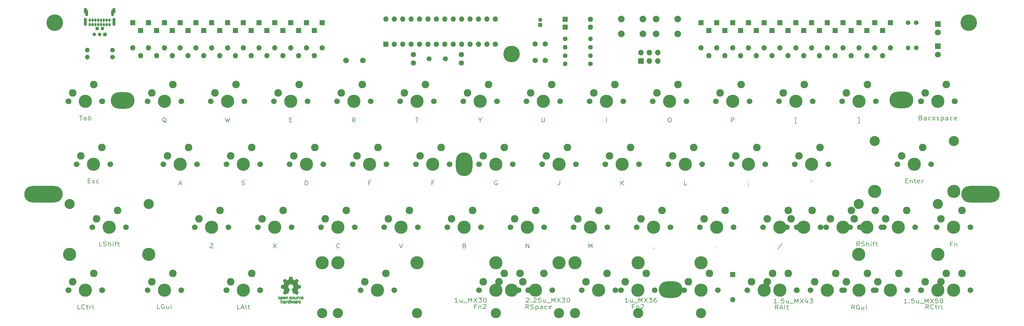
<source format=gbr>
G04 #@! TF.GenerationSoftware,KiCad,Pcbnew,(5.1.10-1-10_14)*
G04 #@! TF.CreationDate,2021-08-31T22:08:52+02:00*
G04 #@! TF.ProjectId,rosaline,726f7361-6c69-46e6-952e-6b696361645f,1*
G04 #@! TF.SameCoordinates,Original*
G04 #@! TF.FileFunction,Soldermask,Top*
G04 #@! TF.FilePolarity,Negative*
%FSLAX46Y46*%
G04 Gerber Fmt 4.6, Leading zero omitted, Abs format (unit mm)*
G04 Created by KiCad (PCBNEW (5.1.10-1-10_14)) date 2021-08-31 22:08:52*
%MOMM*%
%LPD*%
G01*
G04 APERTURE LIST*
%ADD10C,0.203200*%
%ADD11C,0.010000*%
%ADD12C,3.987800*%
%ADD13C,3.048000*%
%ADD14C,1.701800*%
%ADD15C,2.286000*%
%ADD16C,1.800000*%
%ADD17O,1.600000X1.600000*%
%ADD18R,1.600000X1.600000*%
%ADD19O,0.700000X1.000000*%
%ADD20O,0.900000X2.400000*%
%ADD21O,0.900000X1.700000*%
%ADD22C,1.100000*%
%ADD23R,1.100000X1.100000*%
%ADD24O,0.850000X2.000000*%
%ADD25O,5.000000X7.200000*%
%ADD26O,11.600000X5.000000*%
%ADD27O,7.200000X5.000000*%
%ADD28C,5.000000*%
%ADD29O,1.400000X1.400000*%
%ADD30C,1.400000*%
%ADD31C,1.710000*%
%ADD32R,1.200000X1.200000*%
%ADD33C,1.200000*%
%ADD34C,1.600000*%
%ADD35R,1.700000X1.700000*%
%ADD36O,1.700000X1.700000*%
%ADD37R,1.800000X1.800000*%
%ADD38C,2.000000*%
%ADD39C,1.500000*%
G04 APERTURE END LIST*
D10*
X156786035Y-143014851D02*
X156858607Y-142954375D01*
X157003750Y-142893898D01*
X157366607Y-142893898D01*
X157511750Y-142954375D01*
X157584321Y-143014851D01*
X157656892Y-143135803D01*
X157656892Y-143256755D01*
X157584321Y-143438184D01*
X156713464Y-144163898D01*
X157656892Y-144163898D01*
X158310035Y-144042946D02*
X158382607Y-144103422D01*
X158310035Y-144163898D01*
X158237464Y-144103422D01*
X158310035Y-144042946D01*
X158310035Y-144163898D01*
X158963178Y-143014851D02*
X159035750Y-142954375D01*
X159180892Y-142893898D01*
X159543750Y-142893898D01*
X159688892Y-142954375D01*
X159761464Y-143014851D01*
X159834035Y-143135803D01*
X159834035Y-143256755D01*
X159761464Y-143438184D01*
X158890607Y-144163898D01*
X159834035Y-144163898D01*
X161212892Y-142893898D02*
X160487178Y-142893898D01*
X160414607Y-143498660D01*
X160487178Y-143438184D01*
X160632321Y-143377708D01*
X160995178Y-143377708D01*
X161140321Y-143438184D01*
X161212892Y-143498660D01*
X161285464Y-143619613D01*
X161285464Y-143921994D01*
X161212892Y-144042946D01*
X161140321Y-144103422D01*
X160995178Y-144163898D01*
X160632321Y-144163898D01*
X160487178Y-144103422D01*
X160414607Y-144042946D01*
X162591750Y-143317232D02*
X162591750Y-144163898D01*
X161938607Y-143317232D02*
X161938607Y-143982470D01*
X162011178Y-144103422D01*
X162156321Y-144163898D01*
X162374035Y-144163898D01*
X162519178Y-144103422D01*
X162591750Y-144042946D01*
X162954607Y-144284851D02*
X164115750Y-144284851D01*
X164478607Y-144163898D02*
X164478607Y-142893898D01*
X164986607Y-143801041D01*
X165494607Y-142893898D01*
X165494607Y-144163898D01*
X166075178Y-142893898D02*
X167091178Y-144163898D01*
X167091178Y-142893898D02*
X166075178Y-144163898D01*
X167526607Y-142893898D02*
X168470035Y-142893898D01*
X167962035Y-143377708D01*
X168179750Y-143377708D01*
X168324892Y-143438184D01*
X168397464Y-143498660D01*
X168470035Y-143619613D01*
X168470035Y-143921994D01*
X168397464Y-144042946D01*
X168324892Y-144103422D01*
X168179750Y-144163898D01*
X167744321Y-144163898D01*
X167599178Y-144103422D01*
X167526607Y-144042946D01*
X169413464Y-142893898D02*
X169558607Y-142893898D01*
X169703750Y-142954375D01*
X169776321Y-143014851D01*
X169848892Y-143135803D01*
X169921464Y-143377708D01*
X169921464Y-143680089D01*
X169848892Y-143921994D01*
X169776321Y-144042946D01*
X169703750Y-144103422D01*
X169558607Y-144163898D01*
X169413464Y-144163898D01*
X169268321Y-144103422D01*
X169195750Y-144042946D01*
X169123178Y-143921994D01*
X169050607Y-143680089D01*
X169050607Y-143377708D01*
X169123178Y-143135803D01*
X169195750Y-143014851D01*
X169268321Y-142954375D01*
X169413464Y-142893898D01*
X157557107Y-146148273D02*
X157049107Y-145543511D01*
X156686250Y-146148273D02*
X156686250Y-144878273D01*
X157266821Y-144878273D01*
X157411964Y-144938750D01*
X157484535Y-144999226D01*
X157557107Y-145120178D01*
X157557107Y-145301607D01*
X157484535Y-145422559D01*
X157411964Y-145483035D01*
X157266821Y-145543511D01*
X156686250Y-145543511D01*
X158137678Y-146087797D02*
X158355392Y-146148273D01*
X158718250Y-146148273D01*
X158863392Y-146087797D01*
X158935964Y-146027321D01*
X159008535Y-145906369D01*
X159008535Y-145785416D01*
X158935964Y-145664464D01*
X158863392Y-145603988D01*
X158718250Y-145543511D01*
X158427964Y-145483035D01*
X158282821Y-145422559D01*
X158210250Y-145362083D01*
X158137678Y-145241130D01*
X158137678Y-145120178D01*
X158210250Y-144999226D01*
X158282821Y-144938750D01*
X158427964Y-144878273D01*
X158790821Y-144878273D01*
X159008535Y-144938750D01*
X159661678Y-145301607D02*
X159661678Y-146571607D01*
X159661678Y-145362083D02*
X159806821Y-145301607D01*
X160097107Y-145301607D01*
X160242250Y-145362083D01*
X160314821Y-145422559D01*
X160387392Y-145543511D01*
X160387392Y-145906369D01*
X160314821Y-146027321D01*
X160242250Y-146087797D01*
X160097107Y-146148273D01*
X159806821Y-146148273D01*
X159661678Y-146087797D01*
X161693678Y-146148273D02*
X161693678Y-145483035D01*
X161621107Y-145362083D01*
X161475964Y-145301607D01*
X161185678Y-145301607D01*
X161040535Y-145362083D01*
X161693678Y-146087797D02*
X161548535Y-146148273D01*
X161185678Y-146148273D01*
X161040535Y-146087797D01*
X160967964Y-145966845D01*
X160967964Y-145845892D01*
X161040535Y-145724940D01*
X161185678Y-145664464D01*
X161548535Y-145664464D01*
X161693678Y-145603988D01*
X163072535Y-146087797D02*
X162927392Y-146148273D01*
X162637107Y-146148273D01*
X162491964Y-146087797D01*
X162419392Y-146027321D01*
X162346821Y-145906369D01*
X162346821Y-145543511D01*
X162419392Y-145422559D01*
X162491964Y-145362083D01*
X162637107Y-145301607D01*
X162927392Y-145301607D01*
X163072535Y-145362083D01*
X164306250Y-146087797D02*
X164161107Y-146148273D01*
X163870821Y-146148273D01*
X163725678Y-146087797D01*
X163653107Y-145966845D01*
X163653107Y-145483035D01*
X163725678Y-145362083D01*
X163870821Y-145301607D01*
X164161107Y-145301607D01*
X164306250Y-145362083D01*
X164378821Y-145483035D01*
X164378821Y-145603988D01*
X163653107Y-145724940D01*
X187569928Y-144163898D02*
X186699071Y-144163898D01*
X187134500Y-144163898D02*
X187134500Y-142893898D01*
X186989357Y-143075327D01*
X186844214Y-143196279D01*
X186699071Y-143256755D01*
X188876214Y-143317232D02*
X188876214Y-144163898D01*
X188223071Y-143317232D02*
X188223071Y-143982470D01*
X188295642Y-144103422D01*
X188440785Y-144163898D01*
X188658500Y-144163898D01*
X188803642Y-144103422D01*
X188876214Y-144042946D01*
X189239071Y-144284851D02*
X190400214Y-144284851D01*
X190763071Y-144163898D02*
X190763071Y-142893898D01*
X191271071Y-143801041D01*
X191779071Y-142893898D01*
X191779071Y-144163898D01*
X192359642Y-142893898D02*
X193375642Y-144163898D01*
X193375642Y-142893898D02*
X192359642Y-144163898D01*
X193811071Y-142893898D02*
X194754500Y-142893898D01*
X194246500Y-143377708D01*
X194464214Y-143377708D01*
X194609357Y-143438184D01*
X194681928Y-143498660D01*
X194754500Y-143619613D01*
X194754500Y-143921994D01*
X194681928Y-144042946D01*
X194609357Y-144103422D01*
X194464214Y-144163898D01*
X194028785Y-144163898D01*
X193883642Y-144103422D01*
X193811071Y-144042946D01*
X196060785Y-142893898D02*
X195770500Y-142893898D01*
X195625357Y-142954375D01*
X195552785Y-143014851D01*
X195407642Y-143196279D01*
X195335071Y-143438184D01*
X195335071Y-143921994D01*
X195407642Y-144042946D01*
X195480214Y-144103422D01*
X195625357Y-144163898D01*
X195915642Y-144163898D01*
X196060785Y-144103422D01*
X196133357Y-144042946D01*
X196205928Y-143921994D01*
X196205928Y-143619613D01*
X196133357Y-143498660D01*
X196060785Y-143438184D01*
X195915642Y-143377708D01*
X195625357Y-143377708D01*
X195480214Y-143438184D01*
X195407642Y-143498660D01*
X195335071Y-143619613D01*
X189302571Y-145403660D02*
X188794571Y-145403660D01*
X188794571Y-146068898D02*
X188794571Y-144798898D01*
X189520285Y-144798898D01*
X190100857Y-145222232D02*
X190100857Y-146068898D01*
X190100857Y-145343184D02*
X190173428Y-145282708D01*
X190318571Y-145222232D01*
X190536285Y-145222232D01*
X190681428Y-145282708D01*
X190754000Y-145403660D01*
X190754000Y-146068898D01*
X191407142Y-144919851D02*
X191479714Y-144859375D01*
X191624857Y-144798898D01*
X191987714Y-144798898D01*
X192132857Y-144859375D01*
X192205428Y-144919851D01*
X192278000Y-145040803D01*
X192278000Y-145161755D01*
X192205428Y-145343184D01*
X191334571Y-146068898D01*
X192278000Y-146068898D01*
X136134928Y-144163898D02*
X135264071Y-144163898D01*
X135699500Y-144163898D02*
X135699500Y-142893898D01*
X135554357Y-143075327D01*
X135409214Y-143196279D01*
X135264071Y-143256755D01*
X137441214Y-143317232D02*
X137441214Y-144163898D01*
X136788071Y-143317232D02*
X136788071Y-143982470D01*
X136860642Y-144103422D01*
X137005785Y-144163898D01*
X137223500Y-144163898D01*
X137368642Y-144103422D01*
X137441214Y-144042946D01*
X137804071Y-144284851D02*
X138965214Y-144284851D01*
X139328071Y-144163898D02*
X139328071Y-142893898D01*
X139836071Y-143801041D01*
X140344071Y-142893898D01*
X140344071Y-144163898D01*
X140924642Y-142893898D02*
X141940642Y-144163898D01*
X141940642Y-142893898D02*
X140924642Y-144163898D01*
X142376071Y-142893898D02*
X143319500Y-142893898D01*
X142811500Y-143377708D01*
X143029214Y-143377708D01*
X143174357Y-143438184D01*
X143246928Y-143498660D01*
X143319500Y-143619613D01*
X143319500Y-143921994D01*
X143246928Y-144042946D01*
X143174357Y-144103422D01*
X143029214Y-144163898D01*
X142593785Y-144163898D01*
X142448642Y-144103422D01*
X142376071Y-144042946D01*
X144262928Y-142893898D02*
X144408071Y-142893898D01*
X144553214Y-142954375D01*
X144625785Y-143014851D01*
X144698357Y-143135803D01*
X144770928Y-143377708D01*
X144770928Y-143680089D01*
X144698357Y-143921994D01*
X144625785Y-144042946D01*
X144553214Y-144103422D01*
X144408071Y-144163898D01*
X144262928Y-144163898D01*
X144117785Y-144103422D01*
X144045214Y-144042946D01*
X143972642Y-143921994D01*
X143900071Y-143680089D01*
X143900071Y-143377708D01*
X143972642Y-143135803D01*
X144045214Y-143014851D01*
X144117785Y-142954375D01*
X144262928Y-142893898D01*
X141677571Y-145403660D02*
X141169571Y-145403660D01*
X141169571Y-146068898D02*
X141169571Y-144798898D01*
X141895285Y-144798898D01*
X142475857Y-145222232D02*
X142475857Y-146068898D01*
X142475857Y-145343184D02*
X142548428Y-145282708D01*
X142693571Y-145222232D01*
X142911285Y-145222232D01*
X143056428Y-145282708D01*
X143129000Y-145403660D01*
X143129000Y-146068898D01*
X143782142Y-144919851D02*
X143854714Y-144859375D01*
X143999857Y-144798898D01*
X144362714Y-144798898D01*
X144507857Y-144859375D01*
X144580428Y-144919851D01*
X144653000Y-145040803D01*
X144653000Y-145161755D01*
X144580428Y-145343184D01*
X143709571Y-146068898D01*
X144653000Y-146068898D01*
X271267464Y-107383035D02*
X271775464Y-107383035D01*
X271993178Y-108048273D02*
X271267464Y-108048273D01*
X271267464Y-106778273D01*
X271993178Y-106778273D01*
X272646321Y-107201607D02*
X272646321Y-108048273D01*
X272646321Y-107322559D02*
X272718892Y-107262083D01*
X272864035Y-107201607D01*
X273081750Y-107201607D01*
X273226892Y-107262083D01*
X273299464Y-107383035D01*
X273299464Y-108048273D01*
X273807464Y-107201607D02*
X274388035Y-107201607D01*
X274025178Y-106778273D02*
X274025178Y-107866845D01*
X274097750Y-107987797D01*
X274242892Y-108048273D01*
X274388035Y-108048273D01*
X275476607Y-107987797D02*
X275331464Y-108048273D01*
X275041178Y-108048273D01*
X274896035Y-107987797D01*
X274823464Y-107866845D01*
X274823464Y-107383035D01*
X274896035Y-107262083D01*
X275041178Y-107201607D01*
X275331464Y-107201607D01*
X275476607Y-107262083D01*
X275549178Y-107383035D01*
X275549178Y-107503988D01*
X274823464Y-107624940D01*
X276202321Y-108048273D02*
X276202321Y-107201607D01*
X276202321Y-107443511D02*
X276274892Y-107322559D01*
X276347464Y-107262083D01*
X276492607Y-107201607D01*
X276637750Y-107201607D01*
X28779107Y-127098273D02*
X28053392Y-127098273D01*
X28053392Y-125828273D01*
X29214535Y-127037797D02*
X29432250Y-127098273D01*
X29795107Y-127098273D01*
X29940250Y-127037797D01*
X30012821Y-126977321D01*
X30085392Y-126856369D01*
X30085392Y-126735416D01*
X30012821Y-126614464D01*
X29940250Y-126553988D01*
X29795107Y-126493511D01*
X29504821Y-126433035D01*
X29359678Y-126372559D01*
X29287107Y-126312083D01*
X29214535Y-126191130D01*
X29214535Y-126070178D01*
X29287107Y-125949226D01*
X29359678Y-125888750D01*
X29504821Y-125828273D01*
X29867678Y-125828273D01*
X30085392Y-125888750D01*
X30738535Y-127098273D02*
X30738535Y-125828273D01*
X31391678Y-127098273D02*
X31391678Y-126433035D01*
X31319107Y-126312083D01*
X31173964Y-126251607D01*
X30956250Y-126251607D01*
X30811107Y-126312083D01*
X30738535Y-126372559D01*
X32117392Y-127098273D02*
X32117392Y-126251607D01*
X32117392Y-125828273D02*
X32044821Y-125888750D01*
X32117392Y-125949226D01*
X32189964Y-125888750D01*
X32117392Y-125828273D01*
X32117392Y-125949226D01*
X32625392Y-126251607D02*
X33205964Y-126251607D01*
X32843107Y-127098273D02*
X32843107Y-126009702D01*
X32915678Y-125888750D01*
X33060821Y-125828273D01*
X33205964Y-125828273D01*
X33496250Y-126251607D02*
X34076821Y-126251607D01*
X33713964Y-125828273D02*
X33713964Y-126916845D01*
X33786535Y-127037797D01*
X33931678Y-127098273D01*
X34076821Y-127098273D01*
X257379107Y-127098273D02*
X256871107Y-126493511D01*
X256508250Y-127098273D02*
X256508250Y-125828273D01*
X257088821Y-125828273D01*
X257233964Y-125888750D01*
X257306535Y-125949226D01*
X257379107Y-126070178D01*
X257379107Y-126251607D01*
X257306535Y-126372559D01*
X257233964Y-126433035D01*
X257088821Y-126493511D01*
X256508250Y-126493511D01*
X257959678Y-127037797D02*
X258177392Y-127098273D01*
X258540250Y-127098273D01*
X258685392Y-127037797D01*
X258757964Y-126977321D01*
X258830535Y-126856369D01*
X258830535Y-126735416D01*
X258757964Y-126614464D01*
X258685392Y-126553988D01*
X258540250Y-126493511D01*
X258249964Y-126433035D01*
X258104821Y-126372559D01*
X258032250Y-126312083D01*
X257959678Y-126191130D01*
X257959678Y-126070178D01*
X258032250Y-125949226D01*
X258104821Y-125888750D01*
X258249964Y-125828273D01*
X258612821Y-125828273D01*
X258830535Y-125888750D01*
X259483678Y-127098273D02*
X259483678Y-125828273D01*
X260136821Y-127098273D02*
X260136821Y-126433035D01*
X260064250Y-126312083D01*
X259919107Y-126251607D01*
X259701392Y-126251607D01*
X259556250Y-126312083D01*
X259483678Y-126372559D01*
X260862535Y-127098273D02*
X260862535Y-126251607D01*
X260862535Y-125828273D02*
X260789964Y-125888750D01*
X260862535Y-125949226D01*
X260935107Y-125888750D01*
X260862535Y-125828273D01*
X260862535Y-125949226D01*
X261370535Y-126251607D02*
X261951107Y-126251607D01*
X261588250Y-127098273D02*
X261588250Y-126009702D01*
X261660821Y-125888750D01*
X261805964Y-125828273D01*
X261951107Y-125828273D01*
X262241392Y-126251607D02*
X262821964Y-126251607D01*
X262459107Y-125828273D02*
X262459107Y-126916845D01*
X262531678Y-127037797D01*
X262676821Y-127098273D01*
X262821964Y-127098273D01*
X24597178Y-107383121D02*
X25105178Y-107383121D01*
X25322892Y-108048359D02*
X24597178Y-108048359D01*
X24597178Y-106778359D01*
X25322892Y-106778359D01*
X25903464Y-107987883D02*
X26048607Y-108048359D01*
X26338892Y-108048359D01*
X26484035Y-107987883D01*
X26556607Y-107866931D01*
X26556607Y-107806455D01*
X26484035Y-107685502D01*
X26338892Y-107625026D01*
X26121178Y-107625026D01*
X25976035Y-107564550D01*
X25903464Y-107443597D01*
X25903464Y-107383121D01*
X25976035Y-107262169D01*
X26121178Y-107201693D01*
X26338892Y-107201693D01*
X26484035Y-107262169D01*
X27862892Y-107987883D02*
X27717750Y-108048359D01*
X27427464Y-108048359D01*
X27282321Y-107987883D01*
X27209750Y-107927407D01*
X27137178Y-107806455D01*
X27137178Y-107443597D01*
X27209750Y-107322645D01*
X27282321Y-107262169D01*
X27427464Y-107201693D01*
X27717750Y-107201693D01*
X27862892Y-107262169D01*
X70421500Y-146148273D02*
X69695785Y-146148273D01*
X69695785Y-144878273D01*
X70856928Y-145785416D02*
X71582642Y-145785416D01*
X70711785Y-146148273D02*
X71219785Y-144878273D01*
X71727785Y-146148273D01*
X72453500Y-146148273D02*
X72308357Y-146087797D01*
X72235785Y-145966845D01*
X72235785Y-144878273D01*
X72816357Y-145301607D02*
X73396928Y-145301607D01*
X73034071Y-144878273D02*
X73034071Y-145966845D01*
X73106642Y-146087797D01*
X73251785Y-146148273D01*
X73396928Y-146148273D01*
X22215928Y-146148273D02*
X21490214Y-146148273D01*
X21490214Y-144878273D01*
X23594785Y-146027321D02*
X23522214Y-146087797D01*
X23304500Y-146148273D01*
X23159357Y-146148273D01*
X22941642Y-146087797D01*
X22796500Y-145966845D01*
X22723928Y-145845892D01*
X22651357Y-145603988D01*
X22651357Y-145422559D01*
X22723928Y-145180654D01*
X22796500Y-145059702D01*
X22941642Y-144938750D01*
X23159357Y-144878273D01*
X23304500Y-144878273D01*
X23522214Y-144938750D01*
X23594785Y-144999226D01*
X24030214Y-145301607D02*
X24610785Y-145301607D01*
X24247928Y-144878273D02*
X24247928Y-145966845D01*
X24320500Y-146087797D01*
X24465642Y-146148273D01*
X24610785Y-146148273D01*
X25118785Y-146148273D02*
X25118785Y-145301607D01*
X25118785Y-145543511D02*
X25191357Y-145422559D01*
X25263928Y-145362083D01*
X25409071Y-145301607D01*
X25554214Y-145301607D01*
X26279928Y-146148273D02*
X26134785Y-146087797D01*
X26062214Y-145966845D01*
X26062214Y-144878273D01*
X271730107Y-144402023D02*
X270859250Y-144402023D01*
X271294678Y-144402023D02*
X271294678Y-143132023D01*
X271149535Y-143313452D01*
X271004392Y-143434404D01*
X270859250Y-143494880D01*
X272383250Y-144281071D02*
X272455821Y-144341547D01*
X272383250Y-144402023D01*
X272310678Y-144341547D01*
X272383250Y-144281071D01*
X272383250Y-144402023D01*
X273834678Y-143132023D02*
X273108964Y-143132023D01*
X273036392Y-143736785D01*
X273108964Y-143676309D01*
X273254107Y-143615833D01*
X273616964Y-143615833D01*
X273762107Y-143676309D01*
X273834678Y-143736785D01*
X273907250Y-143857738D01*
X273907250Y-144160119D01*
X273834678Y-144281071D01*
X273762107Y-144341547D01*
X273616964Y-144402023D01*
X273254107Y-144402023D01*
X273108964Y-144341547D01*
X273036392Y-144281071D01*
X275213535Y-143555357D02*
X275213535Y-144402023D01*
X274560392Y-143555357D02*
X274560392Y-144220595D01*
X274632964Y-144341547D01*
X274778107Y-144402023D01*
X274995821Y-144402023D01*
X275140964Y-144341547D01*
X275213535Y-144281071D01*
X275576392Y-144522976D02*
X276737535Y-144522976D01*
X277100392Y-144402023D02*
X277100392Y-143132023D01*
X277608392Y-144039166D01*
X278116392Y-143132023D01*
X278116392Y-144402023D01*
X278696964Y-143132023D02*
X279712964Y-144402023D01*
X279712964Y-143132023D02*
X278696964Y-144402023D01*
X281019250Y-143132023D02*
X280293535Y-143132023D01*
X280220964Y-143736785D01*
X280293535Y-143676309D01*
X280438678Y-143615833D01*
X280801535Y-143615833D01*
X280946678Y-143676309D01*
X281019250Y-143736785D01*
X281091821Y-143857738D01*
X281091821Y-144160119D01*
X281019250Y-144281071D01*
X280946678Y-144341547D01*
X280801535Y-144402023D01*
X280438678Y-144402023D01*
X280293535Y-144341547D01*
X280220964Y-144281071D01*
X282035250Y-143132023D02*
X282180392Y-143132023D01*
X282325535Y-143192500D01*
X282398107Y-143252976D01*
X282470678Y-143373928D01*
X282543250Y-143615833D01*
X282543250Y-143918214D01*
X282470678Y-144160119D01*
X282398107Y-144281071D01*
X282325535Y-144341547D01*
X282180392Y-144402023D01*
X282035250Y-144402023D01*
X281890107Y-144341547D01*
X281817535Y-144281071D01*
X281744964Y-144160119D01*
X281672392Y-143918214D01*
X281672392Y-143615833D01*
X281744964Y-143373928D01*
X281817535Y-143252976D01*
X281890107Y-143192500D01*
X282035250Y-143132023D01*
X278200303Y-146148273D02*
X277692303Y-145543511D01*
X277329446Y-146148273D02*
X277329446Y-144878273D01*
X277910017Y-144878273D01*
X278055160Y-144938750D01*
X278127732Y-144999226D01*
X278200303Y-145120178D01*
X278200303Y-145301607D01*
X278127732Y-145422559D01*
X278055160Y-145483035D01*
X277910017Y-145543511D01*
X277329446Y-145543511D01*
X279724303Y-146027321D02*
X279651732Y-146087797D01*
X279434017Y-146148273D01*
X279288875Y-146148273D01*
X279071160Y-146087797D01*
X278926017Y-145966845D01*
X278853446Y-145845892D01*
X278780875Y-145603988D01*
X278780875Y-145422559D01*
X278853446Y-145180654D01*
X278926017Y-145059702D01*
X279071160Y-144938750D01*
X279288875Y-144878273D01*
X279434017Y-144878273D01*
X279651732Y-144938750D01*
X279724303Y-144999226D01*
X280159732Y-145301607D02*
X280740303Y-145301607D01*
X280377446Y-144878273D02*
X280377446Y-145966845D01*
X280450017Y-146087797D01*
X280595160Y-146148273D01*
X280740303Y-146148273D01*
X281248303Y-146148273D02*
X281248303Y-145301607D01*
X281248303Y-145543511D02*
X281320875Y-145422559D01*
X281393446Y-145362083D01*
X281538589Y-145301607D01*
X281683732Y-145301607D01*
X282409446Y-146148273D02*
X282264303Y-146087797D01*
X282191732Y-145966845D01*
X282191732Y-144878273D01*
X275834928Y-88333035D02*
X276052642Y-88393511D01*
X276125214Y-88453988D01*
X276197785Y-88574940D01*
X276197785Y-88756369D01*
X276125214Y-88877321D01*
X276052642Y-88937797D01*
X275907500Y-88998273D01*
X275326928Y-88998273D01*
X275326928Y-87728273D01*
X275834928Y-87728273D01*
X275980071Y-87788750D01*
X276052642Y-87849226D01*
X276125214Y-87970178D01*
X276125214Y-88091130D01*
X276052642Y-88212083D01*
X275980071Y-88272559D01*
X275834928Y-88333035D01*
X275326928Y-88333035D01*
X277504071Y-88998273D02*
X277504071Y-88333035D01*
X277431500Y-88212083D01*
X277286357Y-88151607D01*
X276996071Y-88151607D01*
X276850928Y-88212083D01*
X277504071Y-88937797D02*
X277358928Y-88998273D01*
X276996071Y-88998273D01*
X276850928Y-88937797D01*
X276778357Y-88816845D01*
X276778357Y-88695892D01*
X276850928Y-88574940D01*
X276996071Y-88514464D01*
X277358928Y-88514464D01*
X277504071Y-88453988D01*
X278882928Y-88937797D02*
X278737785Y-88998273D01*
X278447500Y-88998273D01*
X278302357Y-88937797D01*
X278229785Y-88877321D01*
X278157214Y-88756369D01*
X278157214Y-88393511D01*
X278229785Y-88272559D01*
X278302357Y-88212083D01*
X278447500Y-88151607D01*
X278737785Y-88151607D01*
X278882928Y-88212083D01*
X279536071Y-88998273D02*
X279536071Y-87728273D01*
X279681214Y-88514464D02*
X280116642Y-88998273D01*
X280116642Y-88151607D02*
X279536071Y-88635416D01*
X280697214Y-88937797D02*
X280842357Y-88998273D01*
X281132642Y-88998273D01*
X281277785Y-88937797D01*
X281350357Y-88816845D01*
X281350357Y-88756369D01*
X281277785Y-88635416D01*
X281132642Y-88574940D01*
X280914928Y-88574940D01*
X280769785Y-88514464D01*
X280697214Y-88393511D01*
X280697214Y-88333035D01*
X280769785Y-88212083D01*
X280914928Y-88151607D01*
X281132642Y-88151607D01*
X281277785Y-88212083D01*
X282003500Y-88151607D02*
X282003500Y-89421607D01*
X282003500Y-88212083D02*
X282148642Y-88151607D01*
X282438928Y-88151607D01*
X282584071Y-88212083D01*
X282656642Y-88272559D01*
X282729214Y-88393511D01*
X282729214Y-88756369D01*
X282656642Y-88877321D01*
X282584071Y-88937797D01*
X282438928Y-88998273D01*
X282148642Y-88998273D01*
X282003500Y-88937797D01*
X284035500Y-88998273D02*
X284035500Y-88333035D01*
X283962928Y-88212083D01*
X283817785Y-88151607D01*
X283527500Y-88151607D01*
X283382357Y-88212083D01*
X284035500Y-88937797D02*
X283890357Y-88998273D01*
X283527500Y-88998273D01*
X283382357Y-88937797D01*
X283309785Y-88816845D01*
X283309785Y-88695892D01*
X283382357Y-88574940D01*
X283527500Y-88514464D01*
X283890357Y-88514464D01*
X284035500Y-88453988D01*
X285414357Y-88937797D02*
X285269214Y-88998273D01*
X284978928Y-88998273D01*
X284833785Y-88937797D01*
X284761214Y-88877321D01*
X284688642Y-88756369D01*
X284688642Y-88393511D01*
X284761214Y-88272559D01*
X284833785Y-88212083D01*
X284978928Y-88151607D01*
X285269214Y-88151607D01*
X285414357Y-88212083D01*
X286648071Y-88937797D02*
X286502928Y-88998273D01*
X286212642Y-88998273D01*
X286067500Y-88937797D01*
X285994928Y-88816845D01*
X285994928Y-88333035D01*
X286067500Y-88212083D01*
X286212642Y-88151607D01*
X286502928Y-88151607D01*
X286648071Y-88212083D01*
X286720642Y-88333035D01*
X286720642Y-88453988D01*
X285994928Y-88574940D01*
X232439482Y-144402023D02*
X231568625Y-144402023D01*
X232004053Y-144402023D02*
X232004053Y-143132023D01*
X231858910Y-143313452D01*
X231713767Y-143434404D01*
X231568625Y-143494880D01*
X233092625Y-144281071D02*
X233165196Y-144341547D01*
X233092625Y-144402023D01*
X233020053Y-144341547D01*
X233092625Y-144281071D01*
X233092625Y-144402023D01*
X234544053Y-143132023D02*
X233818339Y-143132023D01*
X233745767Y-143736785D01*
X233818339Y-143676309D01*
X233963482Y-143615833D01*
X234326339Y-143615833D01*
X234471482Y-143676309D01*
X234544053Y-143736785D01*
X234616625Y-143857738D01*
X234616625Y-144160119D01*
X234544053Y-144281071D01*
X234471482Y-144341547D01*
X234326339Y-144402023D01*
X233963482Y-144402023D01*
X233818339Y-144341547D01*
X233745767Y-144281071D01*
X235922910Y-143555357D02*
X235922910Y-144402023D01*
X235269767Y-143555357D02*
X235269767Y-144220595D01*
X235342339Y-144341547D01*
X235487482Y-144402023D01*
X235705196Y-144402023D01*
X235850339Y-144341547D01*
X235922910Y-144281071D01*
X236285767Y-144522976D02*
X237446910Y-144522976D01*
X237809767Y-144402023D02*
X237809767Y-143132023D01*
X238317767Y-144039166D01*
X238825767Y-143132023D01*
X238825767Y-144402023D01*
X239406339Y-143132023D02*
X240422339Y-144402023D01*
X240422339Y-143132023D02*
X239406339Y-144402023D01*
X241656053Y-143555357D02*
X241656053Y-144402023D01*
X241293196Y-143071547D02*
X240930339Y-143978690D01*
X241873767Y-143978690D01*
X242309196Y-143132023D02*
X243252625Y-143132023D01*
X242744625Y-143615833D01*
X242962339Y-143615833D01*
X243107482Y-143676309D01*
X243180053Y-143736785D01*
X243252625Y-143857738D01*
X243252625Y-144160119D01*
X243180053Y-144281071D01*
X243107482Y-144341547D01*
X242962339Y-144402023D01*
X242526910Y-144402023D01*
X242381767Y-144341547D01*
X242309196Y-144281071D01*
X232822750Y-146307023D02*
X232314750Y-145702261D01*
X231951892Y-146307023D02*
X231951892Y-145037023D01*
X232532464Y-145037023D01*
X232677607Y-145097500D01*
X232750178Y-145157976D01*
X232822750Y-145278928D01*
X232822750Y-145460357D01*
X232750178Y-145581309D01*
X232677607Y-145641785D01*
X232532464Y-145702261D01*
X231951892Y-145702261D01*
X233403321Y-145944166D02*
X234129035Y-145944166D01*
X233258178Y-146307023D02*
X233766178Y-145037023D01*
X234274178Y-146307023D01*
X234999892Y-146307023D02*
X234854750Y-146246547D01*
X234782178Y-146125595D01*
X234782178Y-145037023D01*
X235362750Y-145460357D02*
X235943321Y-145460357D01*
X235580464Y-145037023D02*
X235580464Y-146125595D01*
X235653035Y-146246547D01*
X235798178Y-146307023D01*
X235943321Y-146307023D01*
X21998214Y-87728273D02*
X22869071Y-87728273D01*
X22433642Y-88998273D02*
X22433642Y-87728273D01*
X24030214Y-88998273D02*
X24030214Y-88333035D01*
X23957642Y-88212083D01*
X23812500Y-88151607D01*
X23522214Y-88151607D01*
X23377071Y-88212083D01*
X24030214Y-88937797D02*
X23885071Y-88998273D01*
X23522214Y-88998273D01*
X23377071Y-88937797D01*
X23304500Y-88816845D01*
X23304500Y-88695892D01*
X23377071Y-88574940D01*
X23522214Y-88514464D01*
X23885071Y-88514464D01*
X24030214Y-88453988D01*
X24755928Y-88998273D02*
X24755928Y-87728273D01*
X24755928Y-88212083D02*
X24901071Y-88151607D01*
X25191357Y-88151607D01*
X25336500Y-88212083D01*
X25409071Y-88272559D01*
X25481642Y-88393511D01*
X25481642Y-88756369D01*
X25409071Y-88877321D01*
X25336500Y-88937797D01*
X25191357Y-88998273D01*
X24901071Y-88998273D01*
X24755928Y-88937797D01*
X66021857Y-88363273D02*
X66384714Y-89633273D01*
X66675000Y-88726130D01*
X66965285Y-89633273D01*
X67328142Y-88363273D01*
X285278285Y-126591785D02*
X284770285Y-126591785D01*
X284770285Y-127257023D02*
X284770285Y-125987023D01*
X285496000Y-125987023D01*
X286076571Y-126410357D02*
X286076571Y-127257023D01*
X286076571Y-126531309D02*
X286149142Y-126470833D01*
X286294285Y-126410357D01*
X286512000Y-126410357D01*
X286657142Y-126470833D01*
X286729714Y-126591785D01*
X286729714Y-127257023D01*
X256884714Y-90056607D02*
X257247571Y-90056607D01*
X257247571Y-88242321D01*
X256884714Y-88242321D01*
X234015642Y-126402797D02*
X232709357Y-128035654D01*
X242960071Y-107413273D02*
X242814928Y-107655178D01*
X223910071Y-108622797D02*
X223910071Y-108683273D01*
X223837500Y-108804226D01*
X223764928Y-108864702D01*
X223837500Y-107897083D02*
X223910071Y-107957559D01*
X223837500Y-108018035D01*
X223764928Y-107957559D01*
X223837500Y-107897083D01*
X223837500Y-108018035D01*
X238415285Y-90056607D02*
X238052428Y-90056607D01*
X238052428Y-88242321D01*
X238415285Y-88242321D01*
X218675857Y-89633273D02*
X218675857Y-88363273D01*
X219256428Y-88363273D01*
X219401571Y-88423750D01*
X219474142Y-88484226D01*
X219546714Y-88605178D01*
X219546714Y-88786607D01*
X219474142Y-88907559D01*
X219401571Y-88968035D01*
X219256428Y-89028511D01*
X218675857Y-89028511D01*
X214312500Y-127612321D02*
X214385071Y-127672797D01*
X214312500Y-127733273D01*
X214239928Y-127672797D01*
X214312500Y-127612321D01*
X214312500Y-127733273D01*
X195335071Y-127672797D02*
X195335071Y-127733273D01*
X195262500Y-127854226D01*
X195189928Y-127914702D01*
X205259214Y-108683273D02*
X204533500Y-108683273D01*
X204533500Y-107413273D01*
X185338357Y-108683273D02*
X185338357Y-107413273D01*
X186209214Y-108683273D02*
X185556071Y-107957559D01*
X186209214Y-107413273D02*
X185338357Y-108138988D01*
X199879857Y-88363273D02*
X200170142Y-88363273D01*
X200315285Y-88423750D01*
X200460428Y-88544702D01*
X200533000Y-88786607D01*
X200533000Y-89209940D01*
X200460428Y-89451845D01*
X200315285Y-89572797D01*
X200170142Y-89633273D01*
X199879857Y-89633273D01*
X199734714Y-89572797D01*
X199589571Y-89451845D01*
X199517000Y-89209940D01*
X199517000Y-88786607D01*
X199589571Y-88544702D01*
X199734714Y-88423750D01*
X199879857Y-88363273D01*
X175704500Y-127733273D02*
X175704500Y-126463273D01*
X176212500Y-127370416D01*
X176720500Y-126463273D01*
X176720500Y-127733273D01*
X156727071Y-127733273D02*
X156727071Y-126463273D01*
X157597928Y-127733273D01*
X157597928Y-126463273D01*
X166905214Y-107413273D02*
X166905214Y-108320416D01*
X166832642Y-108501845D01*
X166687500Y-108622797D01*
X166469785Y-108683273D01*
X166324642Y-108683273D01*
X180975000Y-89633273D02*
X180975000Y-88363273D01*
X161489571Y-88363273D02*
X161489571Y-89391369D01*
X161562142Y-89512321D01*
X161634714Y-89572797D01*
X161779857Y-89633273D01*
X162070142Y-89633273D01*
X162215285Y-89572797D01*
X162287857Y-89512321D01*
X162360428Y-89391369D01*
X162360428Y-88363273D01*
X138221357Y-127068035D02*
X138439071Y-127128511D01*
X138511642Y-127188988D01*
X138584214Y-127309940D01*
X138584214Y-127491369D01*
X138511642Y-127612321D01*
X138439071Y-127672797D01*
X138293928Y-127733273D01*
X137713357Y-127733273D01*
X137713357Y-126463273D01*
X138221357Y-126463273D01*
X138366500Y-126523750D01*
X138439071Y-126584226D01*
X138511642Y-126705178D01*
X138511642Y-126826130D01*
X138439071Y-126947083D01*
X138366500Y-127007559D01*
X138221357Y-127068035D01*
X137713357Y-127068035D01*
X118554500Y-126463273D02*
X119062500Y-127733273D01*
X119570500Y-126463273D01*
X148036642Y-107473750D02*
X147891500Y-107413273D01*
X147673785Y-107413273D01*
X147456071Y-107473750D01*
X147310928Y-107594702D01*
X147238357Y-107715654D01*
X147165785Y-107957559D01*
X147165785Y-108138988D01*
X147238357Y-108380892D01*
X147310928Y-108501845D01*
X147456071Y-108622797D01*
X147673785Y-108683273D01*
X147818928Y-108683273D01*
X148036642Y-108622797D01*
X148109214Y-108562321D01*
X148109214Y-108138988D01*
X147818928Y-108138988D01*
X128805214Y-108018035D02*
X128297214Y-108018035D01*
X128297214Y-108683273D02*
X128297214Y-107413273D01*
X129022928Y-107413273D01*
X142875000Y-89028511D02*
X142875000Y-89633273D01*
X142367000Y-88363273D02*
X142875000Y-89028511D01*
X143383000Y-88363273D01*
X123389571Y-88363273D02*
X124260428Y-88363273D01*
X123825000Y-89633273D02*
X123825000Y-88363273D01*
X100484214Y-127612321D02*
X100411642Y-127672797D01*
X100193928Y-127733273D01*
X100048785Y-127733273D01*
X99831071Y-127672797D01*
X99685928Y-127551845D01*
X99613357Y-127430892D01*
X99540785Y-127188988D01*
X99540785Y-127007559D01*
X99613357Y-126765654D01*
X99685928Y-126644702D01*
X99831071Y-126523750D01*
X100048785Y-126463273D01*
X100193928Y-126463273D01*
X100411642Y-126523750D01*
X100484214Y-126584226D01*
X109755214Y-108018035D02*
X109247214Y-108018035D01*
X109247214Y-108683273D02*
X109247214Y-107413273D01*
X109972928Y-107413273D01*
X90088357Y-108683273D02*
X90088357Y-107413273D01*
X90451214Y-107413273D01*
X90668928Y-107473750D01*
X90814071Y-107594702D01*
X90886642Y-107715654D01*
X90959214Y-107957559D01*
X90959214Y-108138988D01*
X90886642Y-108380892D01*
X90814071Y-108501845D01*
X90668928Y-108622797D01*
X90451214Y-108683273D01*
X90088357Y-108683273D01*
X105246714Y-89633273D02*
X104738714Y-89028511D01*
X104375857Y-89633273D02*
X104375857Y-88363273D01*
X104956428Y-88363273D01*
X105101571Y-88423750D01*
X105174142Y-88484226D01*
X105246714Y-88605178D01*
X105246714Y-88786607D01*
X105174142Y-88907559D01*
X105101571Y-88968035D01*
X104956428Y-89028511D01*
X104375857Y-89028511D01*
X85398428Y-88968035D02*
X85906428Y-88968035D01*
X86124142Y-89633273D02*
X85398428Y-89633273D01*
X85398428Y-88363273D01*
X86124142Y-88363273D01*
X80454500Y-126463273D02*
X81470500Y-127733273D01*
X81470500Y-126463273D02*
X80454500Y-127733273D01*
X61404500Y-126463273D02*
X62420500Y-126463273D01*
X61404500Y-127733273D01*
X62420500Y-127733273D01*
X71002071Y-108622797D02*
X71219785Y-108683273D01*
X71582642Y-108683273D01*
X71727785Y-108622797D01*
X71800357Y-108562321D01*
X71872928Y-108441369D01*
X71872928Y-108320416D01*
X71800357Y-108199464D01*
X71727785Y-108138988D01*
X71582642Y-108078511D01*
X71292357Y-108018035D01*
X71147214Y-107957559D01*
X71074642Y-107897083D01*
X71002071Y-107776130D01*
X71002071Y-107655178D01*
X71074642Y-107534226D01*
X71147214Y-107473750D01*
X71292357Y-107413273D01*
X71655214Y-107413273D01*
X71872928Y-107473750D01*
X52024642Y-108320416D02*
X52750357Y-108320416D01*
X51879500Y-108683273D02*
X52387500Y-107413273D01*
X52895500Y-108683273D01*
X46282428Y-146068898D02*
X45556714Y-146068898D01*
X45556714Y-144798898D01*
X47588714Y-144859375D02*
X47443571Y-144798898D01*
X47225857Y-144798898D01*
X47008142Y-144859375D01*
X46863000Y-144980327D01*
X46790428Y-145101279D01*
X46717857Y-145343184D01*
X46717857Y-145524613D01*
X46790428Y-145766517D01*
X46863000Y-145887470D01*
X47008142Y-146008422D01*
X47225857Y-146068898D01*
X47371000Y-146068898D01*
X47588714Y-146008422D01*
X47661285Y-145947946D01*
X47661285Y-145524613D01*
X47371000Y-145524613D01*
X48967571Y-145222232D02*
X48967571Y-146068898D01*
X48314428Y-145222232D02*
X48314428Y-145887470D01*
X48387000Y-146008422D01*
X48532142Y-146068898D01*
X48749857Y-146068898D01*
X48895000Y-146008422D01*
X48967571Y-145947946D01*
X49693285Y-146068898D02*
X49693285Y-145222232D01*
X49693285Y-144798898D02*
X49620714Y-144859375D01*
X49693285Y-144919851D01*
X49765857Y-144859375D01*
X49693285Y-144798898D01*
X49693285Y-144919851D01*
X48205571Y-89754296D02*
X48060428Y-89693820D01*
X47915285Y-89572867D01*
X47697571Y-89391439D01*
X47552428Y-89330962D01*
X47407285Y-89330962D01*
X47479857Y-89633343D02*
X47334714Y-89572867D01*
X47189571Y-89451915D01*
X47117000Y-89210010D01*
X47117000Y-88786677D01*
X47189571Y-88544772D01*
X47334714Y-88423820D01*
X47479857Y-88363343D01*
X47770142Y-88363343D01*
X47915285Y-88423820D01*
X48060428Y-88544772D01*
X48133000Y-88786677D01*
X48133000Y-89210010D01*
X48060428Y-89451915D01*
X47915285Y-89572867D01*
X47770142Y-89633343D01*
X47479857Y-89633343D01*
X255832428Y-146307023D02*
X255324428Y-145702261D01*
X254961571Y-146307023D02*
X254961571Y-145037023D01*
X255542142Y-145037023D01*
X255687285Y-145097500D01*
X255759857Y-145157976D01*
X255832428Y-145278928D01*
X255832428Y-145460357D01*
X255759857Y-145581309D01*
X255687285Y-145641785D01*
X255542142Y-145702261D01*
X254961571Y-145702261D01*
X257283857Y-145097500D02*
X257138714Y-145037023D01*
X256921000Y-145037023D01*
X256703285Y-145097500D01*
X256558142Y-145218452D01*
X256485571Y-145339404D01*
X256413000Y-145581309D01*
X256413000Y-145762738D01*
X256485571Y-146004642D01*
X256558142Y-146125595D01*
X256703285Y-146246547D01*
X256921000Y-146307023D01*
X257066142Y-146307023D01*
X257283857Y-146246547D01*
X257356428Y-146186071D01*
X257356428Y-145762738D01*
X257066142Y-145762738D01*
X258662714Y-145460357D02*
X258662714Y-146307023D01*
X258009571Y-145460357D02*
X258009571Y-146125595D01*
X258082142Y-146246547D01*
X258227285Y-146307023D01*
X258445000Y-146307023D01*
X258590142Y-146246547D01*
X258662714Y-146186071D01*
X259388428Y-146307023D02*
X259388428Y-145460357D01*
X259388428Y-145037023D02*
X259315857Y-145097500D01*
X259388428Y-145157976D01*
X259461000Y-145097500D01*
X259388428Y-145037023D01*
X259388428Y-145157976D01*
D11*
G36*
X86225964Y-136892326D02*
G01*
X86301513Y-137293072D01*
X86859041Y-137522904D01*
X87193465Y-137295498D01*
X87287122Y-137232181D01*
X87371782Y-137175646D01*
X87443495Y-137128477D01*
X87498311Y-137093252D01*
X87532280Y-137072555D01*
X87541530Y-137068092D01*
X87558195Y-137079570D01*
X87593806Y-137111301D01*
X87644371Y-137159233D01*
X87705900Y-137219312D01*
X87774399Y-137287483D01*
X87845879Y-137359695D01*
X87916347Y-137431892D01*
X87981811Y-137500023D01*
X88038280Y-137560033D01*
X88081763Y-137607869D01*
X88108268Y-137639477D01*
X88114605Y-137650055D01*
X88105486Y-137669556D01*
X88079920Y-137712281D01*
X88040597Y-137774048D01*
X87990203Y-137850681D01*
X87931427Y-137937998D01*
X87897368Y-137987802D01*
X87835289Y-138078743D01*
X87780126Y-138160809D01*
X87734554Y-138229913D01*
X87701250Y-138281972D01*
X87682890Y-138312900D01*
X87680131Y-138319400D01*
X87686385Y-138337871D01*
X87703434Y-138380922D01*
X87728703Y-138442499D01*
X87759622Y-138516549D01*
X87793618Y-138597020D01*
X87828118Y-138677857D01*
X87860551Y-138753008D01*
X87888343Y-138816421D01*
X87908923Y-138862043D01*
X87919719Y-138883819D01*
X87920356Y-138884676D01*
X87937307Y-138888834D01*
X87982451Y-138898111D01*
X88051110Y-138911594D01*
X88138602Y-138928371D01*
X88240250Y-138947531D01*
X88299556Y-138958580D01*
X88408172Y-138979260D01*
X88506277Y-138998939D01*
X88588909Y-139016539D01*
X88651104Y-139030983D01*
X88687899Y-139041196D01*
X88695296Y-139044436D01*
X88702540Y-139066367D01*
X88708385Y-139115897D01*
X88712835Y-139187235D01*
X88715893Y-139274589D01*
X88717565Y-139372167D01*
X88717853Y-139474176D01*
X88716761Y-139574825D01*
X88714294Y-139668322D01*
X88710456Y-139748875D01*
X88705250Y-139810692D01*
X88698681Y-139847980D01*
X88694741Y-139855743D01*
X88671188Y-139865048D01*
X88621282Y-139878350D01*
X88551623Y-139894087D01*
X88468813Y-139910696D01*
X88439905Y-139916069D01*
X88300531Y-139941598D01*
X88190436Y-139962158D01*
X88105982Y-139978565D01*
X88043530Y-139991637D01*
X87999444Y-140002191D01*
X87970085Y-140011044D01*
X87951815Y-140019013D01*
X87940998Y-140026915D01*
X87939485Y-140028477D01*
X87924377Y-140053636D01*
X87901329Y-140102600D01*
X87872644Y-140169371D01*
X87840622Y-140247955D01*
X87807565Y-140332357D01*
X87775773Y-140416580D01*
X87747549Y-140494629D01*
X87725193Y-140560509D01*
X87711007Y-140608223D01*
X87707293Y-140631777D01*
X87707602Y-140632602D01*
X87720189Y-140651854D01*
X87748744Y-140694213D01*
X87790267Y-140755271D01*
X87841756Y-140830618D01*
X87900211Y-140915846D01*
X87916858Y-140940065D01*
X87976215Y-141027873D01*
X88028447Y-141107988D01*
X88070708Y-141175812D01*
X88100153Y-141226743D01*
X88113937Y-141256181D01*
X88114605Y-141259798D01*
X88103024Y-141278807D01*
X88071024Y-141316464D01*
X88022718Y-141368723D01*
X87962220Y-141431536D01*
X87893644Y-141500856D01*
X87821104Y-141572635D01*
X87748712Y-141642827D01*
X87680584Y-141707385D01*
X87620832Y-141762260D01*
X87573571Y-141803406D01*
X87542913Y-141826776D01*
X87534432Y-141830592D01*
X87514691Y-141821605D01*
X87474274Y-141797366D01*
X87419763Y-141761959D01*
X87377823Y-141733461D01*
X87301829Y-141681168D01*
X87211834Y-141619595D01*
X87121564Y-141558120D01*
X87073032Y-141525219D01*
X86908762Y-141414109D01*
X86770869Y-141488666D01*
X86708049Y-141521328D01*
X86654629Y-141546716D01*
X86618484Y-141561196D01*
X86609284Y-141563210D01*
X86598221Y-141548334D01*
X86576394Y-141506297D01*
X86545434Y-141440977D01*
X86506970Y-141356250D01*
X86462632Y-141255995D01*
X86414047Y-141144089D01*
X86362846Y-141024409D01*
X86310659Y-140900834D01*
X86259113Y-140777241D01*
X86209840Y-140657507D01*
X86164467Y-140545509D01*
X86124625Y-140445127D01*
X86091942Y-140360236D01*
X86068049Y-140294715D01*
X86054574Y-140252440D01*
X86052406Y-140237922D01*
X86069583Y-140219403D01*
X86107190Y-140189340D01*
X86157366Y-140153982D01*
X86161578Y-140151184D01*
X86291264Y-140047375D01*
X86395834Y-139926265D01*
X86474381Y-139791726D01*
X86525999Y-139647632D01*
X86549782Y-139497855D01*
X86544823Y-139346267D01*
X86510217Y-139196742D01*
X86445057Y-139053150D01*
X86425886Y-139021734D01*
X86326174Y-138894875D01*
X86208377Y-138793005D01*
X86076571Y-138716654D01*
X85934833Y-138666352D01*
X85787242Y-138642629D01*
X85637873Y-138646015D01*
X85490803Y-138677038D01*
X85350111Y-138736230D01*
X85219873Y-138824119D01*
X85179586Y-138859792D01*
X85077055Y-138971456D01*
X85002341Y-139089007D01*
X84951090Y-139220770D01*
X84922546Y-139351257D01*
X84915500Y-139497966D01*
X84938996Y-139645403D01*
X84990649Y-139788584D01*
X85068071Y-139922527D01*
X85168875Y-140042248D01*
X85290676Y-140142764D01*
X85306684Y-140153359D01*
X85357398Y-140188056D01*
X85395950Y-140218120D01*
X85414381Y-140237315D01*
X85414649Y-140237922D01*
X85410692Y-140258686D01*
X85395007Y-140305812D01*
X85369222Y-140375423D01*
X85334969Y-140463643D01*
X85293877Y-140566594D01*
X85247576Y-140680400D01*
X85197696Y-140801185D01*
X85145867Y-140925071D01*
X85093719Y-141048182D01*
X85042882Y-141166641D01*
X84994987Y-141276573D01*
X84951662Y-141374099D01*
X84914538Y-141455343D01*
X84885244Y-141516429D01*
X84865412Y-141553480D01*
X84857426Y-141563210D01*
X84833021Y-141555633D01*
X84787358Y-141535310D01*
X84728310Y-141505875D01*
X84695840Y-141488666D01*
X84557947Y-141414109D01*
X84393677Y-141525219D01*
X84309821Y-141582140D01*
X84218013Y-141644780D01*
X84131980Y-141703761D01*
X84088887Y-141733461D01*
X84028277Y-141774160D01*
X83976955Y-141806413D01*
X83941615Y-141826134D01*
X83930137Y-141830304D01*
X83913430Y-141819057D01*
X83876454Y-141787661D01*
X83822795Y-141739374D01*
X83756038Y-141677458D01*
X83679766Y-141605171D01*
X83631527Y-141558758D01*
X83547133Y-141475837D01*
X83474197Y-141401670D01*
X83415669Y-141339430D01*
X83374497Y-141292291D01*
X83353628Y-141263423D01*
X83351626Y-141257565D01*
X83360917Y-141235282D01*
X83386591Y-141190227D01*
X83425800Y-141126961D01*
X83475697Y-141050045D01*
X83533433Y-140964042D01*
X83549851Y-140940065D01*
X83609677Y-140852920D01*
X83663350Y-140774460D01*
X83707870Y-140709095D01*
X83740235Y-140661234D01*
X83757445Y-140635285D01*
X83759107Y-140632602D01*
X83756621Y-140611922D01*
X83743423Y-140566454D01*
X83721814Y-140502194D01*
X83694096Y-140425137D01*
X83662570Y-140341279D01*
X83629537Y-140256616D01*
X83597299Y-140177142D01*
X83568157Y-140108854D01*
X83544412Y-140057747D01*
X83528365Y-140029817D01*
X83527225Y-140028477D01*
X83517412Y-140020495D01*
X83500839Y-140012601D01*
X83473868Y-140003979D01*
X83432861Y-139993812D01*
X83374180Y-139981281D01*
X83294187Y-139965571D01*
X83189245Y-139945863D01*
X83055715Y-139921342D01*
X83026804Y-139916069D01*
X82941118Y-139899514D01*
X82866418Y-139883319D01*
X82809306Y-139869046D01*
X82776383Y-139858258D01*
X82771969Y-139855743D01*
X82764694Y-139833446D01*
X82758781Y-139783619D01*
X82754234Y-139712054D01*
X82751055Y-139624543D01*
X82749251Y-139526878D01*
X82748823Y-139424851D01*
X82749777Y-139324253D01*
X82752116Y-139230877D01*
X82755844Y-139150515D01*
X82760966Y-139088959D01*
X82767484Y-139052000D01*
X82771414Y-139044436D01*
X82793292Y-139036806D01*
X82843109Y-139024392D01*
X82915903Y-139008272D01*
X83006711Y-138989523D01*
X83110569Y-138969221D01*
X83167154Y-138958580D01*
X83274514Y-138938510D01*
X83370254Y-138920330D01*
X83449694Y-138904949D01*
X83508154Y-138893281D01*
X83540955Y-138886238D01*
X83546354Y-138884676D01*
X83555478Y-138867072D01*
X83574765Y-138824668D01*
X83601645Y-138763522D01*
X83633546Y-138689693D01*
X83667898Y-138609239D01*
X83702129Y-138528218D01*
X83733669Y-138452687D01*
X83759946Y-138388705D01*
X83778389Y-138342330D01*
X83786429Y-138319619D01*
X83786578Y-138318626D01*
X83777465Y-138300711D01*
X83751914Y-138259483D01*
X83712612Y-138199041D01*
X83662243Y-138123481D01*
X83603494Y-138036902D01*
X83569342Y-137987171D01*
X83507110Y-137895986D01*
X83451836Y-137813199D01*
X83406218Y-137742999D01*
X83372952Y-137689574D01*
X83354736Y-137657111D01*
X83352105Y-137649833D01*
X83363414Y-137632895D01*
X83394681Y-137596728D01*
X83441910Y-137545385D01*
X83501108Y-137482917D01*
X83568281Y-137413376D01*
X83639434Y-137340815D01*
X83710574Y-137269285D01*
X83777707Y-137202837D01*
X83836839Y-137145524D01*
X83883975Y-137101397D01*
X83915123Y-137074509D01*
X83925543Y-137068092D01*
X83942509Y-137077115D01*
X83983089Y-137102465D01*
X84043337Y-137141560D01*
X84119307Y-137191821D01*
X84207054Y-137250667D01*
X84273244Y-137295498D01*
X84607668Y-137522904D01*
X84886433Y-137407988D01*
X85165197Y-137293072D01*
X85240746Y-136892326D01*
X85316294Y-136491579D01*
X86150415Y-136491579D01*
X86225964Y-136892326D01*
G37*
X86225964Y-136892326D02*
X86301513Y-137293072D01*
X86859041Y-137522904D01*
X87193465Y-137295498D01*
X87287122Y-137232181D01*
X87371782Y-137175646D01*
X87443495Y-137128477D01*
X87498311Y-137093252D01*
X87532280Y-137072555D01*
X87541530Y-137068092D01*
X87558195Y-137079570D01*
X87593806Y-137111301D01*
X87644371Y-137159233D01*
X87705900Y-137219312D01*
X87774399Y-137287483D01*
X87845879Y-137359695D01*
X87916347Y-137431892D01*
X87981811Y-137500023D01*
X88038280Y-137560033D01*
X88081763Y-137607869D01*
X88108268Y-137639477D01*
X88114605Y-137650055D01*
X88105486Y-137669556D01*
X88079920Y-137712281D01*
X88040597Y-137774048D01*
X87990203Y-137850681D01*
X87931427Y-137937998D01*
X87897368Y-137987802D01*
X87835289Y-138078743D01*
X87780126Y-138160809D01*
X87734554Y-138229913D01*
X87701250Y-138281972D01*
X87682890Y-138312900D01*
X87680131Y-138319400D01*
X87686385Y-138337871D01*
X87703434Y-138380922D01*
X87728703Y-138442499D01*
X87759622Y-138516549D01*
X87793618Y-138597020D01*
X87828118Y-138677857D01*
X87860551Y-138753008D01*
X87888343Y-138816421D01*
X87908923Y-138862043D01*
X87919719Y-138883819D01*
X87920356Y-138884676D01*
X87937307Y-138888834D01*
X87982451Y-138898111D01*
X88051110Y-138911594D01*
X88138602Y-138928371D01*
X88240250Y-138947531D01*
X88299556Y-138958580D01*
X88408172Y-138979260D01*
X88506277Y-138998939D01*
X88588909Y-139016539D01*
X88651104Y-139030983D01*
X88687899Y-139041196D01*
X88695296Y-139044436D01*
X88702540Y-139066367D01*
X88708385Y-139115897D01*
X88712835Y-139187235D01*
X88715893Y-139274589D01*
X88717565Y-139372167D01*
X88717853Y-139474176D01*
X88716761Y-139574825D01*
X88714294Y-139668322D01*
X88710456Y-139748875D01*
X88705250Y-139810692D01*
X88698681Y-139847980D01*
X88694741Y-139855743D01*
X88671188Y-139865048D01*
X88621282Y-139878350D01*
X88551623Y-139894087D01*
X88468813Y-139910696D01*
X88439905Y-139916069D01*
X88300531Y-139941598D01*
X88190436Y-139962158D01*
X88105982Y-139978565D01*
X88043530Y-139991637D01*
X87999444Y-140002191D01*
X87970085Y-140011044D01*
X87951815Y-140019013D01*
X87940998Y-140026915D01*
X87939485Y-140028477D01*
X87924377Y-140053636D01*
X87901329Y-140102600D01*
X87872644Y-140169371D01*
X87840622Y-140247955D01*
X87807565Y-140332357D01*
X87775773Y-140416580D01*
X87747549Y-140494629D01*
X87725193Y-140560509D01*
X87711007Y-140608223D01*
X87707293Y-140631777D01*
X87707602Y-140632602D01*
X87720189Y-140651854D01*
X87748744Y-140694213D01*
X87790267Y-140755271D01*
X87841756Y-140830618D01*
X87900211Y-140915846D01*
X87916858Y-140940065D01*
X87976215Y-141027873D01*
X88028447Y-141107988D01*
X88070708Y-141175812D01*
X88100153Y-141226743D01*
X88113937Y-141256181D01*
X88114605Y-141259798D01*
X88103024Y-141278807D01*
X88071024Y-141316464D01*
X88022718Y-141368723D01*
X87962220Y-141431536D01*
X87893644Y-141500856D01*
X87821104Y-141572635D01*
X87748712Y-141642827D01*
X87680584Y-141707385D01*
X87620832Y-141762260D01*
X87573571Y-141803406D01*
X87542913Y-141826776D01*
X87534432Y-141830592D01*
X87514691Y-141821605D01*
X87474274Y-141797366D01*
X87419763Y-141761959D01*
X87377823Y-141733461D01*
X87301829Y-141681168D01*
X87211834Y-141619595D01*
X87121564Y-141558120D01*
X87073032Y-141525219D01*
X86908762Y-141414109D01*
X86770869Y-141488666D01*
X86708049Y-141521328D01*
X86654629Y-141546716D01*
X86618484Y-141561196D01*
X86609284Y-141563210D01*
X86598221Y-141548334D01*
X86576394Y-141506297D01*
X86545434Y-141440977D01*
X86506970Y-141356250D01*
X86462632Y-141255995D01*
X86414047Y-141144089D01*
X86362846Y-141024409D01*
X86310659Y-140900834D01*
X86259113Y-140777241D01*
X86209840Y-140657507D01*
X86164467Y-140545509D01*
X86124625Y-140445127D01*
X86091942Y-140360236D01*
X86068049Y-140294715D01*
X86054574Y-140252440D01*
X86052406Y-140237922D01*
X86069583Y-140219403D01*
X86107190Y-140189340D01*
X86157366Y-140153982D01*
X86161578Y-140151184D01*
X86291264Y-140047375D01*
X86395834Y-139926265D01*
X86474381Y-139791726D01*
X86525999Y-139647632D01*
X86549782Y-139497855D01*
X86544823Y-139346267D01*
X86510217Y-139196742D01*
X86445057Y-139053150D01*
X86425886Y-139021734D01*
X86326174Y-138894875D01*
X86208377Y-138793005D01*
X86076571Y-138716654D01*
X85934833Y-138666352D01*
X85787242Y-138642629D01*
X85637873Y-138646015D01*
X85490803Y-138677038D01*
X85350111Y-138736230D01*
X85219873Y-138824119D01*
X85179586Y-138859792D01*
X85077055Y-138971456D01*
X85002341Y-139089007D01*
X84951090Y-139220770D01*
X84922546Y-139351257D01*
X84915500Y-139497966D01*
X84938996Y-139645403D01*
X84990649Y-139788584D01*
X85068071Y-139922527D01*
X85168875Y-140042248D01*
X85290676Y-140142764D01*
X85306684Y-140153359D01*
X85357398Y-140188056D01*
X85395950Y-140218120D01*
X85414381Y-140237315D01*
X85414649Y-140237922D01*
X85410692Y-140258686D01*
X85395007Y-140305812D01*
X85369222Y-140375423D01*
X85334969Y-140463643D01*
X85293877Y-140566594D01*
X85247576Y-140680400D01*
X85197696Y-140801185D01*
X85145867Y-140925071D01*
X85093719Y-141048182D01*
X85042882Y-141166641D01*
X84994987Y-141276573D01*
X84951662Y-141374099D01*
X84914538Y-141455343D01*
X84885244Y-141516429D01*
X84865412Y-141553480D01*
X84857426Y-141563210D01*
X84833021Y-141555633D01*
X84787358Y-141535310D01*
X84728310Y-141505875D01*
X84695840Y-141488666D01*
X84557947Y-141414109D01*
X84393677Y-141525219D01*
X84309821Y-141582140D01*
X84218013Y-141644780D01*
X84131980Y-141703761D01*
X84088887Y-141733461D01*
X84028277Y-141774160D01*
X83976955Y-141806413D01*
X83941615Y-141826134D01*
X83930137Y-141830304D01*
X83913430Y-141819057D01*
X83876454Y-141787661D01*
X83822795Y-141739374D01*
X83756038Y-141677458D01*
X83679766Y-141605171D01*
X83631527Y-141558758D01*
X83547133Y-141475837D01*
X83474197Y-141401670D01*
X83415669Y-141339430D01*
X83374497Y-141292291D01*
X83353628Y-141263423D01*
X83351626Y-141257565D01*
X83360917Y-141235282D01*
X83386591Y-141190227D01*
X83425800Y-141126961D01*
X83475697Y-141050045D01*
X83533433Y-140964042D01*
X83549851Y-140940065D01*
X83609677Y-140852920D01*
X83663350Y-140774460D01*
X83707870Y-140709095D01*
X83740235Y-140661234D01*
X83757445Y-140635285D01*
X83759107Y-140632602D01*
X83756621Y-140611922D01*
X83743423Y-140566454D01*
X83721814Y-140502194D01*
X83694096Y-140425137D01*
X83662570Y-140341279D01*
X83629537Y-140256616D01*
X83597299Y-140177142D01*
X83568157Y-140108854D01*
X83544412Y-140057747D01*
X83528365Y-140029817D01*
X83527225Y-140028477D01*
X83517412Y-140020495D01*
X83500839Y-140012601D01*
X83473868Y-140003979D01*
X83432861Y-139993812D01*
X83374180Y-139981281D01*
X83294187Y-139965571D01*
X83189245Y-139945863D01*
X83055715Y-139921342D01*
X83026804Y-139916069D01*
X82941118Y-139899514D01*
X82866418Y-139883319D01*
X82809306Y-139869046D01*
X82776383Y-139858258D01*
X82771969Y-139855743D01*
X82764694Y-139833446D01*
X82758781Y-139783619D01*
X82754234Y-139712054D01*
X82751055Y-139624543D01*
X82749251Y-139526878D01*
X82748823Y-139424851D01*
X82749777Y-139324253D01*
X82752116Y-139230877D01*
X82755844Y-139150515D01*
X82760966Y-139088959D01*
X82767484Y-139052000D01*
X82771414Y-139044436D01*
X82793292Y-139036806D01*
X82843109Y-139024392D01*
X82915903Y-139008272D01*
X83006711Y-138989523D01*
X83110569Y-138969221D01*
X83167154Y-138958580D01*
X83274514Y-138938510D01*
X83370254Y-138920330D01*
X83449694Y-138904949D01*
X83508154Y-138893281D01*
X83540955Y-138886238D01*
X83546354Y-138884676D01*
X83555478Y-138867072D01*
X83574765Y-138824668D01*
X83601645Y-138763522D01*
X83633546Y-138689693D01*
X83667898Y-138609239D01*
X83702129Y-138528218D01*
X83733669Y-138452687D01*
X83759946Y-138388705D01*
X83778389Y-138342330D01*
X83786429Y-138319619D01*
X83786578Y-138318626D01*
X83777465Y-138300711D01*
X83751914Y-138259483D01*
X83712612Y-138199041D01*
X83662243Y-138123481D01*
X83603494Y-138036902D01*
X83569342Y-137987171D01*
X83507110Y-137895986D01*
X83451836Y-137813199D01*
X83406218Y-137742999D01*
X83372952Y-137689574D01*
X83354736Y-137657111D01*
X83352105Y-137649833D01*
X83363414Y-137632895D01*
X83394681Y-137596728D01*
X83441910Y-137545385D01*
X83501108Y-137482917D01*
X83568281Y-137413376D01*
X83639434Y-137340815D01*
X83710574Y-137269285D01*
X83777707Y-137202837D01*
X83836839Y-137145524D01*
X83883975Y-137101397D01*
X83915123Y-137074509D01*
X83925543Y-137068092D01*
X83942509Y-137077115D01*
X83983089Y-137102465D01*
X84043337Y-137141560D01*
X84119307Y-137191821D01*
X84207054Y-137250667D01*
X84273244Y-137295498D01*
X84607668Y-137522904D01*
X84886433Y-137407988D01*
X85165197Y-137293072D01*
X85240746Y-136892326D01*
X85316294Y-136491579D01*
X86150415Y-136491579D01*
X86225964Y-136892326D01*
G36*
X88116388Y-142431395D02*
G01*
X88173865Y-142448956D01*
X88210872Y-142471145D01*
X88222927Y-142488692D01*
X88219609Y-142509492D01*
X88198079Y-142542169D01*
X88179874Y-142565312D01*
X88142344Y-142607152D01*
X88114148Y-142624755D01*
X88090111Y-142623606D01*
X88018808Y-142605460D01*
X87966442Y-142606284D01*
X87923918Y-142626848D01*
X87909642Y-142638884D01*
X87863947Y-142681233D01*
X87863947Y-143234276D01*
X87680131Y-143234276D01*
X87680131Y-142432171D01*
X87772039Y-142432171D01*
X87827219Y-142434353D01*
X87855688Y-142442101D01*
X87863943Y-142457218D01*
X87863947Y-142457666D01*
X87867845Y-142473499D01*
X87885474Y-142471434D01*
X87909901Y-142460011D01*
X87960350Y-142438755D01*
X88001316Y-142425966D01*
X88054028Y-142422688D01*
X88116388Y-142431395D01*
G37*
X88116388Y-142431395D02*
X88173865Y-142448956D01*
X88210872Y-142471145D01*
X88222927Y-142488692D01*
X88219609Y-142509492D01*
X88198079Y-142542169D01*
X88179874Y-142565312D01*
X88142344Y-142607152D01*
X88114148Y-142624755D01*
X88090111Y-142623606D01*
X88018808Y-142605460D01*
X87966442Y-142606284D01*
X87923918Y-142626848D01*
X87909642Y-142638884D01*
X87863947Y-142681233D01*
X87863947Y-143234276D01*
X87680131Y-143234276D01*
X87680131Y-142432171D01*
X87772039Y-142432171D01*
X87827219Y-142434353D01*
X87855688Y-142442101D01*
X87863943Y-142457218D01*
X87863947Y-142457666D01*
X87867845Y-142473499D01*
X87885474Y-142471434D01*
X87909901Y-142460011D01*
X87960350Y-142438755D01*
X88001316Y-142425966D01*
X88054028Y-142422688D01*
X88116388Y-142431395D01*
G36*
X84722957Y-142445976D02*
G01*
X84764546Y-142465840D01*
X84804825Y-142494534D01*
X84835510Y-142527559D01*
X84857861Y-142569681D01*
X84873136Y-142625665D01*
X84882592Y-142700278D01*
X84887487Y-142798285D01*
X84889081Y-142924452D01*
X84889106Y-142937664D01*
X84889473Y-143234276D01*
X84705657Y-143234276D01*
X84705657Y-142960831D01*
X84705527Y-142859527D01*
X84704621Y-142786103D01*
X84702173Y-142735021D01*
X84697414Y-142700740D01*
X84689574Y-142677721D01*
X84677885Y-142660423D01*
X84661602Y-142643331D01*
X84604634Y-142606607D01*
X84542445Y-142599792D01*
X84483199Y-142623011D01*
X84462595Y-142640293D01*
X84447470Y-142656541D01*
X84436610Y-142673941D01*
X84429310Y-142697962D01*
X84424863Y-142734072D01*
X84422564Y-142787738D01*
X84421704Y-142864430D01*
X84421578Y-142957793D01*
X84421578Y-143234276D01*
X84237763Y-143234276D01*
X84237763Y-142432171D01*
X84329671Y-142432171D01*
X84384851Y-142434353D01*
X84413320Y-142442101D01*
X84421575Y-142457218D01*
X84421578Y-142457666D01*
X84425408Y-142472470D01*
X84442301Y-142470790D01*
X84475888Y-142454523D01*
X84552063Y-142430590D01*
X84639200Y-142427928D01*
X84722957Y-142445976D01*
G37*
X84722957Y-142445976D02*
X84764546Y-142465840D01*
X84804825Y-142494534D01*
X84835510Y-142527559D01*
X84857861Y-142569681D01*
X84873136Y-142625665D01*
X84882592Y-142700278D01*
X84887487Y-142798285D01*
X84889081Y-142924452D01*
X84889106Y-142937664D01*
X84889473Y-143234276D01*
X84705657Y-143234276D01*
X84705657Y-142960831D01*
X84705527Y-142859527D01*
X84704621Y-142786103D01*
X84702173Y-142735021D01*
X84697414Y-142700740D01*
X84689574Y-142677721D01*
X84677885Y-142660423D01*
X84661602Y-142643331D01*
X84604634Y-142606607D01*
X84542445Y-142599792D01*
X84483199Y-142623011D01*
X84462595Y-142640293D01*
X84447470Y-142656541D01*
X84436610Y-142673941D01*
X84429310Y-142697962D01*
X84424863Y-142734072D01*
X84422564Y-142787738D01*
X84421704Y-142864430D01*
X84421578Y-142957793D01*
X84421578Y-143234276D01*
X84237763Y-143234276D01*
X84237763Y-142432171D01*
X84329671Y-142432171D01*
X84384851Y-142434353D01*
X84413320Y-142442101D01*
X84421575Y-142457218D01*
X84421578Y-142457666D01*
X84425408Y-142472470D01*
X84442301Y-142470790D01*
X84475888Y-142454523D01*
X84552063Y-142430590D01*
X84639200Y-142427928D01*
X84722957Y-142445976D01*
G36*
X89283784Y-142429304D02*
G01*
X89326574Y-142439699D01*
X89408609Y-142477763D01*
X89478757Y-142535899D01*
X89527305Y-142605602D01*
X89533975Y-142621252D01*
X89543124Y-142662246D01*
X89549529Y-142722888D01*
X89551710Y-142784180D01*
X89551710Y-142900066D01*
X89309407Y-142900066D01*
X89209471Y-142900443D01*
X89139069Y-142902737D01*
X89094313Y-142908688D01*
X89071315Y-142920035D01*
X89066189Y-142938521D01*
X89075048Y-142965886D01*
X89090917Y-142997905D01*
X89135184Y-143051342D01*
X89196699Y-143077965D01*
X89271885Y-143077097D01*
X89357053Y-143048121D01*
X89430659Y-143012361D01*
X89491734Y-143060654D01*
X89552810Y-143108947D01*
X89495351Y-143162035D01*
X89418641Y-143212195D01*
X89324302Y-143242438D01*
X89222827Y-143250901D01*
X89124711Y-143235724D01*
X89108881Y-143230574D01*
X89022647Y-143185541D01*
X88958501Y-143118402D01*
X88915091Y-143027155D01*
X88891064Y-142909794D01*
X88890784Y-142907279D01*
X88888633Y-142779377D01*
X88897329Y-142733747D01*
X89067105Y-142733747D01*
X89082697Y-142740763D01*
X89125029Y-142746138D01*
X89187434Y-142749207D01*
X89226981Y-142749671D01*
X89300728Y-142749380D01*
X89346840Y-142747533D01*
X89371100Y-142742662D01*
X89379294Y-142733305D01*
X89377206Y-142717995D01*
X89375455Y-142712072D01*
X89345560Y-142656418D01*
X89298542Y-142611565D01*
X89257049Y-142591855D01*
X89201926Y-142593045D01*
X89146068Y-142617625D01*
X89099212Y-142658320D01*
X89071094Y-142707858D01*
X89067105Y-142733747D01*
X88897329Y-142733747D01*
X88910074Y-142666883D01*
X88952611Y-142572477D01*
X89013747Y-142498838D01*
X89090985Y-142448643D01*
X89181830Y-142424572D01*
X89283784Y-142429304D01*
G37*
X89283784Y-142429304D02*
X89326574Y-142439699D01*
X89408609Y-142477763D01*
X89478757Y-142535899D01*
X89527305Y-142605602D01*
X89533975Y-142621252D01*
X89543124Y-142662246D01*
X89549529Y-142722888D01*
X89551710Y-142784180D01*
X89551710Y-142900066D01*
X89309407Y-142900066D01*
X89209471Y-142900443D01*
X89139069Y-142902737D01*
X89094313Y-142908688D01*
X89071315Y-142920035D01*
X89066189Y-142938521D01*
X89075048Y-142965886D01*
X89090917Y-142997905D01*
X89135184Y-143051342D01*
X89196699Y-143077965D01*
X89271885Y-143077097D01*
X89357053Y-143048121D01*
X89430659Y-143012361D01*
X89491734Y-143060654D01*
X89552810Y-143108947D01*
X89495351Y-143162035D01*
X89418641Y-143212195D01*
X89324302Y-143242438D01*
X89222827Y-143250901D01*
X89124711Y-143235724D01*
X89108881Y-143230574D01*
X89022647Y-143185541D01*
X88958501Y-143118402D01*
X88915091Y-143027155D01*
X88891064Y-142909794D01*
X88890784Y-142907279D01*
X88888633Y-142779377D01*
X88897329Y-142733747D01*
X89067105Y-142733747D01*
X89082697Y-142740763D01*
X89125029Y-142746138D01*
X89187434Y-142749207D01*
X89226981Y-142749671D01*
X89300728Y-142749380D01*
X89346840Y-142747533D01*
X89371100Y-142742662D01*
X89379294Y-142733305D01*
X89377206Y-142717995D01*
X89375455Y-142712072D01*
X89345560Y-142656418D01*
X89298542Y-142611565D01*
X89257049Y-142591855D01*
X89201926Y-142593045D01*
X89146068Y-142617625D01*
X89099212Y-142658320D01*
X89071094Y-142707858D01*
X89067105Y-142733747D01*
X88897329Y-142733747D01*
X88910074Y-142666883D01*
X88952611Y-142572477D01*
X89013747Y-142498838D01*
X89090985Y-142448643D01*
X89181830Y-142424572D01*
X89283784Y-142429304D01*
G36*
X88671576Y-142439169D02*
G01*
X88768395Y-142480299D01*
X88798890Y-142500321D01*
X88837865Y-142531090D01*
X88862331Y-142555283D01*
X88866578Y-142563163D01*
X88854584Y-142580649D01*
X88823887Y-142610320D01*
X88799312Y-142631029D01*
X88732046Y-142685086D01*
X88678930Y-142640392D01*
X88637884Y-142611539D01*
X88597863Y-142601579D01*
X88552059Y-142604011D01*
X88479324Y-142622095D01*
X88429256Y-142659631D01*
X88398829Y-142720312D01*
X88385017Y-142807831D01*
X88385013Y-142807886D01*
X88386208Y-142905708D01*
X88404772Y-142977480D01*
X88441804Y-143026345D01*
X88467050Y-143042893D01*
X88534097Y-143063499D01*
X88605709Y-143063512D01*
X88668015Y-143043518D01*
X88682763Y-143033750D01*
X88719750Y-143008797D01*
X88748668Y-143004708D01*
X88779856Y-143023280D01*
X88814336Y-143056637D01*
X88868912Y-143112946D01*
X88808318Y-143162892D01*
X88714698Y-143219263D01*
X88609125Y-143247043D01*
X88498798Y-143245032D01*
X88426343Y-143226612D01*
X88341656Y-143181060D01*
X88273927Y-143109400D01*
X88243157Y-143058816D01*
X88218236Y-142986238D01*
X88205766Y-142894319D01*
X88205670Y-142794698D01*
X88217870Y-142699017D01*
X88242290Y-142618919D01*
X88246136Y-142610706D01*
X88303093Y-142530163D01*
X88380209Y-142471521D01*
X88471390Y-142435997D01*
X88570543Y-142424807D01*
X88671576Y-142439169D01*
G37*
X88671576Y-142439169D02*
X88768395Y-142480299D01*
X88798890Y-142500321D01*
X88837865Y-142531090D01*
X88862331Y-142555283D01*
X88866578Y-142563163D01*
X88854584Y-142580649D01*
X88823887Y-142610320D01*
X88799312Y-142631029D01*
X88732046Y-142685086D01*
X88678930Y-142640392D01*
X88637884Y-142611539D01*
X88597863Y-142601579D01*
X88552059Y-142604011D01*
X88479324Y-142622095D01*
X88429256Y-142659631D01*
X88398829Y-142720312D01*
X88385017Y-142807831D01*
X88385013Y-142807886D01*
X88386208Y-142905708D01*
X88404772Y-142977480D01*
X88441804Y-143026345D01*
X88467050Y-143042893D01*
X88534097Y-143063499D01*
X88605709Y-143063512D01*
X88668015Y-143043518D01*
X88682763Y-143033750D01*
X88719750Y-143008797D01*
X88748668Y-143004708D01*
X88779856Y-143023280D01*
X88814336Y-143056637D01*
X88868912Y-143112946D01*
X88808318Y-143162892D01*
X88714698Y-143219263D01*
X88609125Y-143247043D01*
X88498798Y-143245032D01*
X88426343Y-143226612D01*
X88341656Y-143181060D01*
X88273927Y-143109400D01*
X88243157Y-143058816D01*
X88218236Y-142986238D01*
X88205766Y-142894319D01*
X88205670Y-142794698D01*
X88217870Y-142699017D01*
X88242290Y-142618919D01*
X88246136Y-142610706D01*
X88303093Y-142530163D01*
X88380209Y-142471521D01*
X88471390Y-142435997D01*
X88570543Y-142424807D01*
X88671576Y-142439169D01*
G36*
X87045131Y-142692283D02*
G01*
X87046710Y-142814839D01*
X87052481Y-142907929D01*
X87063991Y-142975401D01*
X87082790Y-143021105D01*
X87110426Y-143048889D01*
X87148448Y-143062604D01*
X87195526Y-143066108D01*
X87244832Y-143062182D01*
X87282283Y-143047839D01*
X87309428Y-143019228D01*
X87327815Y-142972501D01*
X87338993Y-142903808D01*
X87344511Y-142809300D01*
X87345921Y-142692283D01*
X87345921Y-142432171D01*
X87529736Y-142432171D01*
X87529736Y-143234276D01*
X87437828Y-143234276D01*
X87382422Y-143232031D01*
X87353891Y-143224146D01*
X87345921Y-143209178D01*
X87341120Y-143195847D01*
X87322014Y-143198667D01*
X87283504Y-143217533D01*
X87195239Y-143246637D01*
X87101623Y-143244575D01*
X87011921Y-143212971D01*
X86969204Y-143188007D01*
X86936621Y-143160976D01*
X86912817Y-143127155D01*
X86896439Y-143081818D01*
X86886131Y-143020239D01*
X86880541Y-142937693D01*
X86878312Y-142829455D01*
X86878026Y-142745754D01*
X86878026Y-142432171D01*
X87045131Y-142432171D01*
X87045131Y-142692283D01*
G37*
X87045131Y-142692283D02*
X87046710Y-142814839D01*
X87052481Y-142907929D01*
X87063991Y-142975401D01*
X87082790Y-143021105D01*
X87110426Y-143048889D01*
X87148448Y-143062604D01*
X87195526Y-143066108D01*
X87244832Y-143062182D01*
X87282283Y-143047839D01*
X87309428Y-143019228D01*
X87327815Y-142972501D01*
X87338993Y-142903808D01*
X87344511Y-142809300D01*
X87345921Y-142692283D01*
X87345921Y-142432171D01*
X87529736Y-142432171D01*
X87529736Y-143234276D01*
X87437828Y-143234276D01*
X87382422Y-143232031D01*
X87353891Y-143224146D01*
X87345921Y-143209178D01*
X87341120Y-143195847D01*
X87322014Y-143198667D01*
X87283504Y-143217533D01*
X87195239Y-143246637D01*
X87101623Y-143244575D01*
X87011921Y-143212971D01*
X86969204Y-143188007D01*
X86936621Y-143160976D01*
X86912817Y-143127155D01*
X86896439Y-143081818D01*
X86886131Y-143020239D01*
X86880541Y-142937693D01*
X86878312Y-142829455D01*
X86878026Y-142745754D01*
X86878026Y-142432171D01*
X87045131Y-142432171D01*
X87045131Y-142692283D01*
G36*
X86536669Y-142442060D02*
G01*
X86621192Y-142488090D01*
X86687321Y-142560756D01*
X86718478Y-142619856D01*
X86731855Y-142672055D01*
X86740522Y-142746469D01*
X86744237Y-142832192D01*
X86742754Y-142918319D01*
X86735831Y-142993943D01*
X86727745Y-143034334D01*
X86700465Y-143089590D01*
X86653220Y-143148280D01*
X86596282Y-143199602D01*
X86539924Y-143232755D01*
X86538550Y-143233281D01*
X86468616Y-143247768D01*
X86385737Y-143248127D01*
X86306977Y-143234938D01*
X86276566Y-143224367D01*
X86198239Y-143179951D01*
X86142143Y-143121757D01*
X86105286Y-143044715D01*
X86084680Y-142943751D01*
X86080018Y-142890866D01*
X86080613Y-142824413D01*
X86259736Y-142824413D01*
X86265770Y-142921380D01*
X86283138Y-142995273D01*
X86310740Y-143042486D01*
X86330404Y-143055987D01*
X86380787Y-143065401D01*
X86440673Y-143062614D01*
X86492449Y-143049066D01*
X86506027Y-143041612D01*
X86541849Y-142998201D01*
X86565493Y-142931764D01*
X86575558Y-142850911D01*
X86570642Y-142764252D01*
X86559655Y-142712099D01*
X86528109Y-142651701D01*
X86478311Y-142613947D01*
X86418337Y-142600893D01*
X86356264Y-142614599D01*
X86308582Y-142648122D01*
X86283525Y-142675781D01*
X86268900Y-142703044D01*
X86261929Y-142739940D01*
X86259833Y-142796500D01*
X86259736Y-142824413D01*
X86080613Y-142824413D01*
X86081282Y-142749744D01*
X86104265Y-142634021D01*
X86148972Y-142543691D01*
X86215405Y-142478750D01*
X86303565Y-142439195D01*
X86322495Y-142434608D01*
X86436266Y-142423840D01*
X86536669Y-142442060D01*
G37*
X86536669Y-142442060D02*
X86621192Y-142488090D01*
X86687321Y-142560756D01*
X86718478Y-142619856D01*
X86731855Y-142672055D01*
X86740522Y-142746469D01*
X86744237Y-142832192D01*
X86742754Y-142918319D01*
X86735831Y-142993943D01*
X86727745Y-143034334D01*
X86700465Y-143089590D01*
X86653220Y-143148280D01*
X86596282Y-143199602D01*
X86539924Y-143232755D01*
X86538550Y-143233281D01*
X86468616Y-143247768D01*
X86385737Y-143248127D01*
X86306977Y-143234938D01*
X86276566Y-143224367D01*
X86198239Y-143179951D01*
X86142143Y-143121757D01*
X86105286Y-143044715D01*
X86084680Y-142943751D01*
X86080018Y-142890866D01*
X86080613Y-142824413D01*
X86259736Y-142824413D01*
X86265770Y-142921380D01*
X86283138Y-142995273D01*
X86310740Y-143042486D01*
X86330404Y-143055987D01*
X86380787Y-143065401D01*
X86440673Y-143062614D01*
X86492449Y-143049066D01*
X86506027Y-143041612D01*
X86541849Y-142998201D01*
X86565493Y-142931764D01*
X86575558Y-142850911D01*
X86570642Y-142764252D01*
X86559655Y-142712099D01*
X86528109Y-142651701D01*
X86478311Y-142613947D01*
X86418337Y-142600893D01*
X86356264Y-142614599D01*
X86308582Y-142648122D01*
X86283525Y-142675781D01*
X86268900Y-142703044D01*
X86261929Y-142739940D01*
X86259833Y-142796500D01*
X86259736Y-142824413D01*
X86080613Y-142824413D01*
X86081282Y-142749744D01*
X86104265Y-142634021D01*
X86148972Y-142543691D01*
X86215405Y-142478750D01*
X86303565Y-142439195D01*
X86322495Y-142434608D01*
X86436266Y-142423840D01*
X86536669Y-142442060D01*
G36*
X85743628Y-142429297D02*
G01*
X85806908Y-142441298D01*
X85872557Y-142466398D01*
X85879572Y-142469598D01*
X85929356Y-142495776D01*
X85963834Y-142520103D01*
X85974978Y-142535687D01*
X85964366Y-142561103D01*
X85938588Y-142598603D01*
X85927146Y-142612602D01*
X85879992Y-142667704D01*
X85819201Y-142631836D01*
X85761347Y-142607942D01*
X85694500Y-142595170D01*
X85630394Y-142594363D01*
X85580764Y-142606365D01*
X85568854Y-142613855D01*
X85546172Y-142648200D01*
X85543416Y-142687763D01*
X85560388Y-142718670D01*
X85570427Y-142724663D01*
X85600510Y-142732107D01*
X85653389Y-142740856D01*
X85718575Y-142749217D01*
X85730600Y-142750528D01*
X85835297Y-142768638D01*
X85911232Y-142799401D01*
X85961592Y-142845657D01*
X85989564Y-142910247D01*
X85998278Y-142989137D01*
X85986240Y-143078815D01*
X85947151Y-143149236D01*
X85880855Y-143200527D01*
X85787194Y-143232817D01*
X85683223Y-143245557D01*
X85598438Y-143245404D01*
X85529665Y-143233833D01*
X85482697Y-143217859D01*
X85423350Y-143190025D01*
X85368506Y-143157723D01*
X85349013Y-143143505D01*
X85298881Y-143102585D01*
X85419803Y-142980227D01*
X85488543Y-143025717D01*
X85557488Y-143059883D01*
X85631111Y-143077754D01*
X85701883Y-143079639D01*
X85762274Y-143065851D01*
X85804757Y-143036699D01*
X85818474Y-143012102D01*
X85816417Y-142972654D01*
X85782330Y-142942487D01*
X85716308Y-142921656D01*
X85643974Y-142912029D01*
X85532652Y-142893660D01*
X85449952Y-142859004D01*
X85394765Y-142807047D01*
X85365988Y-142736773D01*
X85362001Y-142653457D01*
X85381693Y-142566431D01*
X85426589Y-142500652D01*
X85497091Y-142455818D01*
X85593601Y-142431629D01*
X85665100Y-142426887D01*
X85743628Y-142429297D01*
G37*
X85743628Y-142429297D02*
X85806908Y-142441298D01*
X85872557Y-142466398D01*
X85879572Y-142469598D01*
X85929356Y-142495776D01*
X85963834Y-142520103D01*
X85974978Y-142535687D01*
X85964366Y-142561103D01*
X85938588Y-142598603D01*
X85927146Y-142612602D01*
X85879992Y-142667704D01*
X85819201Y-142631836D01*
X85761347Y-142607942D01*
X85694500Y-142595170D01*
X85630394Y-142594363D01*
X85580764Y-142606365D01*
X85568854Y-142613855D01*
X85546172Y-142648200D01*
X85543416Y-142687763D01*
X85560388Y-142718670D01*
X85570427Y-142724663D01*
X85600510Y-142732107D01*
X85653389Y-142740856D01*
X85718575Y-142749217D01*
X85730600Y-142750528D01*
X85835297Y-142768638D01*
X85911232Y-142799401D01*
X85961592Y-142845657D01*
X85989564Y-142910247D01*
X85998278Y-142989137D01*
X85986240Y-143078815D01*
X85947151Y-143149236D01*
X85880855Y-143200527D01*
X85787194Y-143232817D01*
X85683223Y-143245557D01*
X85598438Y-143245404D01*
X85529665Y-143233833D01*
X85482697Y-143217859D01*
X85423350Y-143190025D01*
X85368506Y-143157723D01*
X85349013Y-143143505D01*
X85298881Y-143102585D01*
X85419803Y-142980227D01*
X85488543Y-143025717D01*
X85557488Y-143059883D01*
X85631111Y-143077754D01*
X85701883Y-143079639D01*
X85762274Y-143065851D01*
X85804757Y-143036699D01*
X85818474Y-143012102D01*
X85816417Y-142972654D01*
X85782330Y-142942487D01*
X85716308Y-142921656D01*
X85643974Y-142912029D01*
X85532652Y-142893660D01*
X85449952Y-142859004D01*
X85394765Y-142807047D01*
X85365988Y-142736773D01*
X85362001Y-142653457D01*
X85381693Y-142566431D01*
X85426589Y-142500652D01*
X85497091Y-142455818D01*
X85593601Y-142431629D01*
X85665100Y-142426887D01*
X85743628Y-142429297D01*
G36*
X83922018Y-142450777D02*
G01*
X83938670Y-142458616D01*
X83996305Y-142500836D01*
X84050805Y-142562450D01*
X84091499Y-142630293D01*
X84103074Y-142661484D01*
X84113634Y-142717199D01*
X84119931Y-142784531D01*
X84120696Y-142812335D01*
X84120789Y-142900066D01*
X83615850Y-142900066D01*
X83626613Y-142946020D01*
X83653033Y-143000370D01*
X83699222Y-143047341D01*
X83754172Y-143077598D01*
X83789189Y-143083881D01*
X83836677Y-143076256D01*
X83893335Y-143057133D01*
X83912582Y-143048334D01*
X83983759Y-143012786D01*
X84044502Y-143059117D01*
X84079552Y-143090453D01*
X84098202Y-143116317D01*
X84099147Y-143123908D01*
X84082485Y-143142306D01*
X84045970Y-143170265D01*
X84012828Y-143192077D01*
X83923393Y-143231287D01*
X83823129Y-143249035D01*
X83723754Y-143244420D01*
X83644539Y-143220301D01*
X83562880Y-143168634D01*
X83504849Y-143100606D01*
X83468546Y-143012593D01*
X83452072Y-142900966D01*
X83450611Y-142849888D01*
X83456457Y-142732841D01*
X83457175Y-142729436D01*
X83624489Y-142729436D01*
X83629097Y-142740412D01*
X83648036Y-142746465D01*
X83687098Y-142749060D01*
X83752077Y-142749660D01*
X83777097Y-142749671D01*
X83853221Y-142748764D01*
X83901496Y-142745470D01*
X83927460Y-142738931D01*
X83936648Y-142728287D01*
X83936973Y-142724869D01*
X83926487Y-142697706D01*
X83900242Y-142659653D01*
X83888959Y-142646329D01*
X83847072Y-142608646D01*
X83803409Y-142593830D01*
X83779885Y-142592592D01*
X83716243Y-142608079D01*
X83662873Y-142649680D01*
X83629019Y-142710103D01*
X83628419Y-142712072D01*
X83624489Y-142729436D01*
X83457175Y-142729436D01*
X83475899Y-142640678D01*
X83510922Y-142566940D01*
X83553756Y-142514598D01*
X83632948Y-142457842D01*
X83726040Y-142427512D01*
X83825055Y-142424771D01*
X83922018Y-142450777D01*
G37*
X83922018Y-142450777D02*
X83938670Y-142458616D01*
X83996305Y-142500836D01*
X84050805Y-142562450D01*
X84091499Y-142630293D01*
X84103074Y-142661484D01*
X84113634Y-142717199D01*
X84119931Y-142784531D01*
X84120696Y-142812335D01*
X84120789Y-142900066D01*
X83615850Y-142900066D01*
X83626613Y-142946020D01*
X83653033Y-143000370D01*
X83699222Y-143047341D01*
X83754172Y-143077598D01*
X83789189Y-143083881D01*
X83836677Y-143076256D01*
X83893335Y-143057133D01*
X83912582Y-143048334D01*
X83983759Y-143012786D01*
X84044502Y-143059117D01*
X84079552Y-143090453D01*
X84098202Y-143116317D01*
X84099147Y-143123908D01*
X84082485Y-143142306D01*
X84045970Y-143170265D01*
X84012828Y-143192077D01*
X83923393Y-143231287D01*
X83823129Y-143249035D01*
X83723754Y-143244420D01*
X83644539Y-143220301D01*
X83562880Y-143168634D01*
X83504849Y-143100606D01*
X83468546Y-143012593D01*
X83452072Y-142900966D01*
X83450611Y-142849888D01*
X83456457Y-142732841D01*
X83457175Y-142729436D01*
X83624489Y-142729436D01*
X83629097Y-142740412D01*
X83648036Y-142746465D01*
X83687098Y-142749060D01*
X83752077Y-142749660D01*
X83777097Y-142749671D01*
X83853221Y-142748764D01*
X83901496Y-142745470D01*
X83927460Y-142738931D01*
X83936648Y-142728287D01*
X83936973Y-142724869D01*
X83926487Y-142697706D01*
X83900242Y-142659653D01*
X83888959Y-142646329D01*
X83847072Y-142608646D01*
X83803409Y-142593830D01*
X83779885Y-142592592D01*
X83716243Y-142608079D01*
X83662873Y-142649680D01*
X83629019Y-142710103D01*
X83628419Y-142712072D01*
X83624489Y-142729436D01*
X83457175Y-142729436D01*
X83475899Y-142640678D01*
X83510922Y-142566940D01*
X83553756Y-142514598D01*
X83632948Y-142457842D01*
X83726040Y-142427512D01*
X83825055Y-142424771D01*
X83922018Y-142450777D01*
G36*
X82351784Y-142440854D02*
G01*
X82439205Y-142479504D01*
X82505570Y-142544040D01*
X82550976Y-142634562D01*
X82575518Y-142751168D01*
X82577277Y-142769374D01*
X82578656Y-142897734D01*
X82560784Y-143010246D01*
X82524750Y-143101438D01*
X82505455Y-143130772D01*
X82438245Y-143192856D01*
X82352650Y-143233066D01*
X82256890Y-143249753D01*
X82159187Y-143241267D01*
X82084917Y-143215130D01*
X82021047Y-143171085D01*
X81968846Y-143113337D01*
X81967943Y-143111986D01*
X81946744Y-143076343D01*
X81932967Y-143040502D01*
X81924624Y-142995269D01*
X81919727Y-142931451D01*
X81917569Y-142879118D01*
X81916671Y-142831660D01*
X82083743Y-142831660D01*
X82085376Y-142878904D01*
X82091304Y-142941796D01*
X82101761Y-142982157D01*
X82120619Y-143010872D01*
X82138281Y-143027646D01*
X82200894Y-143062766D01*
X82266408Y-143067460D01*
X82327421Y-143042190D01*
X82357928Y-143013874D01*
X82379911Y-142985339D01*
X82392769Y-142958034D01*
X82398412Y-142922500D01*
X82398751Y-142869274D01*
X82397012Y-142820256D01*
X82393271Y-142750232D01*
X82387341Y-142704814D01*
X82376653Y-142675190D01*
X82358639Y-142652547D01*
X82344363Y-142639605D01*
X82284651Y-142605610D01*
X82220234Y-142603915D01*
X82166219Y-142624051D01*
X82120140Y-142666102D01*
X82092689Y-142735178D01*
X82083743Y-142831660D01*
X81916671Y-142831660D01*
X81915599Y-142775049D01*
X81918964Y-142697218D01*
X81929045Y-142638680D01*
X81947226Y-142592487D01*
X81974890Y-142551692D01*
X81985146Y-142539578D01*
X82049278Y-142479224D01*
X82118066Y-142443970D01*
X82202189Y-142429200D01*
X82243209Y-142427993D01*
X82351784Y-142440854D01*
G37*
X82351784Y-142440854D02*
X82439205Y-142479504D01*
X82505570Y-142544040D01*
X82550976Y-142634562D01*
X82575518Y-142751168D01*
X82577277Y-142769374D01*
X82578656Y-142897734D01*
X82560784Y-143010246D01*
X82524750Y-143101438D01*
X82505455Y-143130772D01*
X82438245Y-143192856D01*
X82352650Y-143233066D01*
X82256890Y-143249753D01*
X82159187Y-143241267D01*
X82084917Y-143215130D01*
X82021047Y-143171085D01*
X81968846Y-143113337D01*
X81967943Y-143111986D01*
X81946744Y-143076343D01*
X81932967Y-143040502D01*
X81924624Y-142995269D01*
X81919727Y-142931451D01*
X81917569Y-142879118D01*
X81916671Y-142831660D01*
X82083743Y-142831660D01*
X82085376Y-142878904D01*
X82091304Y-142941796D01*
X82101761Y-142982157D01*
X82120619Y-143010872D01*
X82138281Y-143027646D01*
X82200894Y-143062766D01*
X82266408Y-143067460D01*
X82327421Y-143042190D01*
X82357928Y-143013874D01*
X82379911Y-142985339D01*
X82392769Y-142958034D01*
X82398412Y-142922500D01*
X82398751Y-142869274D01*
X82397012Y-142820256D01*
X82393271Y-142750232D01*
X82387341Y-142704814D01*
X82376653Y-142675190D01*
X82358639Y-142652547D01*
X82344363Y-142639605D01*
X82284651Y-142605610D01*
X82220234Y-142603915D01*
X82166219Y-142624051D01*
X82120140Y-142666102D01*
X82092689Y-142735178D01*
X82083743Y-142831660D01*
X81916671Y-142831660D01*
X81915599Y-142775049D01*
X81918964Y-142697218D01*
X81929045Y-142638680D01*
X81947226Y-142592487D01*
X81974890Y-142551692D01*
X81985146Y-142539578D01*
X82049278Y-142479224D01*
X82118066Y-142443970D01*
X82202189Y-142429200D01*
X82243209Y-142427993D01*
X82351784Y-142440854D01*
G36*
X88426193Y-143689828D02*
G01*
X88506068Y-143710595D01*
X88572962Y-143753455D01*
X88605351Y-143785473D01*
X88658445Y-143861163D01*
X88688873Y-143948966D01*
X88699327Y-144056900D01*
X88699380Y-144065625D01*
X88699473Y-144153355D01*
X88194534Y-144153355D01*
X88205298Y-144199309D01*
X88224732Y-144240928D01*
X88258745Y-144284294D01*
X88265860Y-144291217D01*
X88327003Y-144328685D01*
X88396729Y-144335039D01*
X88476987Y-144310388D01*
X88490592Y-144303750D01*
X88532319Y-144283569D01*
X88560268Y-144272071D01*
X88565145Y-144271008D01*
X88582168Y-144281333D01*
X88614633Y-144306595D01*
X88631114Y-144320400D01*
X88665264Y-144352111D01*
X88676478Y-144373049D01*
X88668695Y-144392310D01*
X88664535Y-144397577D01*
X88636357Y-144420628D01*
X88589862Y-144448642D01*
X88557434Y-144464996D01*
X88465385Y-144493809D01*
X88363476Y-144503145D01*
X88266963Y-144492082D01*
X88239934Y-144484162D01*
X88156276Y-144439331D01*
X88094266Y-144370348D01*
X88053545Y-144276544D01*
X88033755Y-144157248D01*
X88031582Y-144094868D01*
X88037926Y-144004048D01*
X88198157Y-144004048D01*
X88213655Y-144010762D01*
X88255312Y-144016030D01*
X88315876Y-144019139D01*
X88356907Y-144019671D01*
X88430711Y-144019158D01*
X88477293Y-144016756D01*
X88502848Y-144011172D01*
X88513569Y-144001111D01*
X88515657Y-143986513D01*
X88501331Y-143941546D01*
X88465262Y-143897103D01*
X88417815Y-143862992D01*
X88370349Y-143849038D01*
X88305879Y-143861416D01*
X88250070Y-143897202D01*
X88211374Y-143948783D01*
X88198157Y-144004048D01*
X88037926Y-144004048D01*
X88040821Y-143962616D01*
X88069336Y-143857248D01*
X88117729Y-143777928D01*
X88186604Y-143723821D01*
X88276565Y-143694093D01*
X88325300Y-143688368D01*
X88426193Y-143689828D01*
G37*
X88426193Y-143689828D02*
X88506068Y-143710595D01*
X88572962Y-143753455D01*
X88605351Y-143785473D01*
X88658445Y-143861163D01*
X88688873Y-143948966D01*
X88699327Y-144056900D01*
X88699380Y-144065625D01*
X88699473Y-144153355D01*
X88194534Y-144153355D01*
X88205298Y-144199309D01*
X88224732Y-144240928D01*
X88258745Y-144284294D01*
X88265860Y-144291217D01*
X88327003Y-144328685D01*
X88396729Y-144335039D01*
X88476987Y-144310388D01*
X88490592Y-144303750D01*
X88532319Y-144283569D01*
X88560268Y-144272071D01*
X88565145Y-144271008D01*
X88582168Y-144281333D01*
X88614633Y-144306595D01*
X88631114Y-144320400D01*
X88665264Y-144352111D01*
X88676478Y-144373049D01*
X88668695Y-144392310D01*
X88664535Y-144397577D01*
X88636357Y-144420628D01*
X88589862Y-144448642D01*
X88557434Y-144464996D01*
X88465385Y-144493809D01*
X88363476Y-144503145D01*
X88266963Y-144492082D01*
X88239934Y-144484162D01*
X88156276Y-144439331D01*
X88094266Y-144370348D01*
X88053545Y-144276544D01*
X88033755Y-144157248D01*
X88031582Y-144094868D01*
X88037926Y-144004048D01*
X88198157Y-144004048D01*
X88213655Y-144010762D01*
X88255312Y-144016030D01*
X88315876Y-144019139D01*
X88356907Y-144019671D01*
X88430711Y-144019158D01*
X88477293Y-144016756D01*
X88502848Y-144011172D01*
X88513569Y-144001111D01*
X88515657Y-143986513D01*
X88501331Y-143941546D01*
X88465262Y-143897103D01*
X88417815Y-143862992D01*
X88370349Y-143849038D01*
X88305879Y-143861416D01*
X88250070Y-143897202D01*
X88211374Y-143948783D01*
X88198157Y-144004048D01*
X88037926Y-144004048D01*
X88040821Y-143962616D01*
X88069336Y-143857248D01*
X88117729Y-143777928D01*
X88186604Y-143723821D01*
X88276565Y-143694093D01*
X88325300Y-143688368D01*
X88426193Y-143689828D01*
G36*
X87898167Y-143685197D02*
G01*
X87962408Y-143697862D01*
X87998980Y-143716614D01*
X88037453Y-143747767D01*
X87982717Y-143816877D01*
X87948969Y-143858729D01*
X87926053Y-143879148D01*
X87903279Y-143882267D01*
X87869956Y-143872222D01*
X87854314Y-143866539D01*
X87790542Y-143858154D01*
X87732140Y-143876128D01*
X87689264Y-143916732D01*
X87682299Y-143929679D01*
X87674713Y-143963974D01*
X87668859Y-144027177D01*
X87665011Y-144114810D01*
X87663443Y-144222390D01*
X87663421Y-144237694D01*
X87663421Y-144504276D01*
X87479605Y-144504276D01*
X87479605Y-143685460D01*
X87571513Y-143685460D01*
X87624507Y-143686844D01*
X87652115Y-143693002D01*
X87662324Y-143706944D01*
X87663421Y-143720094D01*
X87663421Y-143754728D01*
X87707450Y-143720094D01*
X87757937Y-143696466D01*
X87825760Y-143684783D01*
X87898167Y-143685197D01*
G37*
X87898167Y-143685197D02*
X87962408Y-143697862D01*
X87998980Y-143716614D01*
X88037453Y-143747767D01*
X87982717Y-143816877D01*
X87948969Y-143858729D01*
X87926053Y-143879148D01*
X87903279Y-143882267D01*
X87869956Y-143872222D01*
X87854314Y-143866539D01*
X87790542Y-143858154D01*
X87732140Y-143876128D01*
X87689264Y-143916732D01*
X87682299Y-143929679D01*
X87674713Y-143963974D01*
X87668859Y-144027177D01*
X87665011Y-144114810D01*
X87663443Y-144222390D01*
X87663421Y-144237694D01*
X87663421Y-144504276D01*
X87479605Y-144504276D01*
X87479605Y-143685460D01*
X87571513Y-143685460D01*
X87624507Y-143686844D01*
X87652115Y-143693002D01*
X87662324Y-143706944D01*
X87663421Y-143720094D01*
X87663421Y-143754728D01*
X87707450Y-143720094D01*
X87757937Y-143696466D01*
X87825760Y-143684783D01*
X87898167Y-143685197D01*
G36*
X87104992Y-143690423D02*
G01*
X87175427Y-143707530D01*
X87195787Y-143716594D01*
X87235253Y-143740333D01*
X87265541Y-143767071D01*
X87287952Y-143801449D01*
X87303786Y-143848110D01*
X87314343Y-143911696D01*
X87320924Y-143996849D01*
X87324828Y-144108212D01*
X87326310Y-144182599D01*
X87331765Y-144504276D01*
X87238580Y-144504276D01*
X87182047Y-144501906D01*
X87152922Y-144493805D01*
X87145394Y-144480201D01*
X87141420Y-144465491D01*
X87123652Y-144468304D01*
X87099440Y-144480098D01*
X87038828Y-144498177D01*
X86960929Y-144503049D01*
X86878995Y-144495080D01*
X86806281Y-144474639D01*
X86799759Y-144471801D01*
X86733302Y-144425115D01*
X86689491Y-144360214D01*
X86669332Y-144284350D01*
X86670872Y-144257094D01*
X86835345Y-144257094D01*
X86849837Y-144293774D01*
X86892805Y-144320059D01*
X86962129Y-144334167D01*
X86999177Y-144336040D01*
X87060919Y-144331244D01*
X87101960Y-144312608D01*
X87111973Y-144303750D01*
X87139100Y-144255556D01*
X87145394Y-144211842D01*
X87145394Y-144153355D01*
X87063930Y-144153355D01*
X86969234Y-144158182D01*
X86902813Y-144173363D01*
X86860846Y-144199950D01*
X86851449Y-144211802D01*
X86835345Y-144257094D01*
X86670872Y-144257094D01*
X86673829Y-144204776D01*
X86703985Y-144128745D01*
X86745131Y-144077362D01*
X86770052Y-144055147D01*
X86794448Y-144040548D01*
X86826191Y-144031647D01*
X86873152Y-144026525D01*
X86943204Y-144023265D01*
X86970990Y-144022327D01*
X87145394Y-144016629D01*
X87145138Y-143963841D01*
X87138384Y-143908353D01*
X87113964Y-143874802D01*
X87064630Y-143853368D01*
X87063306Y-143852986D01*
X86993360Y-143844558D01*
X86924914Y-143855566D01*
X86874047Y-143882335D01*
X86853637Y-143895553D01*
X86831654Y-143893724D01*
X86797826Y-143874574D01*
X86777961Y-143861058D01*
X86739106Y-143832182D01*
X86715038Y-143810536D01*
X86711176Y-143804339D01*
X86727079Y-143772269D01*
X86774065Y-143733969D01*
X86794473Y-143721047D01*
X86853143Y-143698791D01*
X86932212Y-143686182D01*
X87020041Y-143683350D01*
X87104992Y-143690423D01*
G37*
X87104992Y-143690423D02*
X87175427Y-143707530D01*
X87195787Y-143716594D01*
X87235253Y-143740333D01*
X87265541Y-143767071D01*
X87287952Y-143801449D01*
X87303786Y-143848110D01*
X87314343Y-143911696D01*
X87320924Y-143996849D01*
X87324828Y-144108212D01*
X87326310Y-144182599D01*
X87331765Y-144504276D01*
X87238580Y-144504276D01*
X87182047Y-144501906D01*
X87152922Y-144493805D01*
X87145394Y-144480201D01*
X87141420Y-144465491D01*
X87123652Y-144468304D01*
X87099440Y-144480098D01*
X87038828Y-144498177D01*
X86960929Y-144503049D01*
X86878995Y-144495080D01*
X86806281Y-144474639D01*
X86799759Y-144471801D01*
X86733302Y-144425115D01*
X86689491Y-144360214D01*
X86669332Y-144284350D01*
X86670872Y-144257094D01*
X86835345Y-144257094D01*
X86849837Y-144293774D01*
X86892805Y-144320059D01*
X86962129Y-144334167D01*
X86999177Y-144336040D01*
X87060919Y-144331244D01*
X87101960Y-144312608D01*
X87111973Y-144303750D01*
X87139100Y-144255556D01*
X87145394Y-144211842D01*
X87145394Y-144153355D01*
X87063930Y-144153355D01*
X86969234Y-144158182D01*
X86902813Y-144173363D01*
X86860846Y-144199950D01*
X86851449Y-144211802D01*
X86835345Y-144257094D01*
X86670872Y-144257094D01*
X86673829Y-144204776D01*
X86703985Y-144128745D01*
X86745131Y-144077362D01*
X86770052Y-144055147D01*
X86794448Y-144040548D01*
X86826191Y-144031647D01*
X86873152Y-144026525D01*
X86943204Y-144023265D01*
X86970990Y-144022327D01*
X87145394Y-144016629D01*
X87145138Y-143963841D01*
X87138384Y-143908353D01*
X87113964Y-143874802D01*
X87064630Y-143853368D01*
X87063306Y-143852986D01*
X86993360Y-143844558D01*
X86924914Y-143855566D01*
X86874047Y-143882335D01*
X86853637Y-143895553D01*
X86831654Y-143893724D01*
X86797826Y-143874574D01*
X86777961Y-143861058D01*
X86739106Y-143832182D01*
X86715038Y-143810536D01*
X86711176Y-143804339D01*
X86727079Y-143772269D01*
X86774065Y-143733969D01*
X86794473Y-143721047D01*
X86853143Y-143698791D01*
X86932212Y-143686182D01*
X87020041Y-143683350D01*
X87104992Y-143690423D01*
G36*
X86099130Y-143688854D02*
G01*
X86165220Y-143693816D01*
X86251626Y-143952829D01*
X86338031Y-144211842D01*
X86365124Y-144119934D01*
X86381428Y-144063134D01*
X86402875Y-143986375D01*
X86426035Y-143902001D01*
X86438280Y-143856743D01*
X86484344Y-143685460D01*
X86674387Y-143685460D01*
X86617582Y-143865099D01*
X86589607Y-143953454D01*
X86555813Y-144060031D01*
X86520520Y-144171204D01*
X86489013Y-144270329D01*
X86417250Y-144495921D01*
X86262286Y-144506003D01*
X86220270Y-144367278D01*
X86194359Y-144281101D01*
X86166083Y-144186097D01*
X86141369Y-144102191D01*
X86140394Y-144098852D01*
X86121935Y-144041998D01*
X86105649Y-144003206D01*
X86094242Y-143988537D01*
X86091898Y-143990233D01*
X86083671Y-144012975D01*
X86068038Y-144061690D01*
X86046904Y-144130252D01*
X86022170Y-144212535D01*
X86008787Y-144257796D01*
X85936311Y-144504276D01*
X85782495Y-144504276D01*
X85659531Y-144115756D01*
X85624988Y-144006772D01*
X85593521Y-143907798D01*
X85566616Y-143823486D01*
X85545759Y-143758484D01*
X85532438Y-143717442D01*
X85528388Y-143705451D01*
X85531594Y-143693173D01*
X85556765Y-143687796D01*
X85609146Y-143688334D01*
X85617345Y-143688740D01*
X85714482Y-143693816D01*
X85778100Y-143927763D01*
X85801484Y-144013083D01*
X85822381Y-144088085D01*
X85838951Y-144146257D01*
X85849354Y-144181087D01*
X85851276Y-144186766D01*
X85859241Y-144180236D01*
X85875304Y-144146404D01*
X85897621Y-144089877D01*
X85924345Y-144015260D01*
X85946937Y-143947857D01*
X86033041Y-143683893D01*
X86099130Y-143688854D01*
G37*
X86099130Y-143688854D02*
X86165220Y-143693816D01*
X86251626Y-143952829D01*
X86338031Y-144211842D01*
X86365124Y-144119934D01*
X86381428Y-144063134D01*
X86402875Y-143986375D01*
X86426035Y-143902001D01*
X86438280Y-143856743D01*
X86484344Y-143685460D01*
X86674387Y-143685460D01*
X86617582Y-143865099D01*
X86589607Y-143953454D01*
X86555813Y-144060031D01*
X86520520Y-144171204D01*
X86489013Y-144270329D01*
X86417250Y-144495921D01*
X86262286Y-144506003D01*
X86220270Y-144367278D01*
X86194359Y-144281101D01*
X86166083Y-144186097D01*
X86141369Y-144102191D01*
X86140394Y-144098852D01*
X86121935Y-144041998D01*
X86105649Y-144003206D01*
X86094242Y-143988537D01*
X86091898Y-143990233D01*
X86083671Y-144012975D01*
X86068038Y-144061690D01*
X86046904Y-144130252D01*
X86022170Y-144212535D01*
X86008787Y-144257796D01*
X85936311Y-144504276D01*
X85782495Y-144504276D01*
X85659531Y-144115756D01*
X85624988Y-144006772D01*
X85593521Y-143907798D01*
X85566616Y-143823486D01*
X85545759Y-143758484D01*
X85532438Y-143717442D01*
X85528388Y-143705451D01*
X85531594Y-143693173D01*
X85556765Y-143687796D01*
X85609146Y-143688334D01*
X85617345Y-143688740D01*
X85714482Y-143693816D01*
X85778100Y-143927763D01*
X85801484Y-144013083D01*
X85822381Y-144088085D01*
X85838951Y-144146257D01*
X85849354Y-144181087D01*
X85851276Y-144186766D01*
X85859241Y-144180236D01*
X85875304Y-144146404D01*
X85897621Y-144089877D01*
X85924345Y-144015260D01*
X85946937Y-143947857D01*
X86033041Y-143683893D01*
X86099130Y-143688854D01*
G36*
X85457631Y-144504276D02*
G01*
X85365723Y-144504276D01*
X85312377Y-144502712D01*
X85284593Y-144496235D01*
X85274590Y-144482168D01*
X85273815Y-144472656D01*
X85272128Y-144453582D01*
X85261490Y-144449924D01*
X85233535Y-144461682D01*
X85211795Y-144472656D01*
X85128332Y-144498661D01*
X85037604Y-144500166D01*
X84963842Y-144480771D01*
X84895154Y-144433915D01*
X84842794Y-144364754D01*
X84814122Y-144283177D01*
X84813392Y-144278616D01*
X84809132Y-144228851D01*
X84807014Y-144157409D01*
X84807184Y-144103376D01*
X84989720Y-144103376D01*
X84993949Y-144175191D01*
X85003568Y-144234384D01*
X85016590Y-144267810D01*
X85065856Y-144313490D01*
X85124350Y-144329865D01*
X85184671Y-144316623D01*
X85236217Y-144277123D01*
X85255738Y-144250557D01*
X85267152Y-144218856D01*
X85272498Y-144172582D01*
X85273815Y-144103078D01*
X85271458Y-144034249D01*
X85265233Y-143973776D01*
X85256408Y-143933306D01*
X85254937Y-143929679D01*
X85219347Y-143886552D01*
X85167400Y-143862874D01*
X85109278Y-143859051D01*
X85055160Y-143875488D01*
X85015226Y-143912590D01*
X85011083Y-143919972D01*
X84998116Y-143964989D01*
X84991052Y-144029717D01*
X84989720Y-144103376D01*
X84807184Y-144103376D01*
X84807271Y-144075980D01*
X84808472Y-144032155D01*
X84816645Y-143923738D01*
X84833630Y-143842338D01*
X84861887Y-143782162D01*
X84903872Y-143737416D01*
X84944632Y-143711150D01*
X85001581Y-143692685D01*
X85072411Y-143686352D01*
X85144941Y-143691510D01*
X85206986Y-143707519D01*
X85239768Y-143726670D01*
X85273815Y-143757482D01*
X85273815Y-143367960D01*
X85457631Y-143367960D01*
X85457631Y-144504276D01*
G37*
X85457631Y-144504276D02*
X85365723Y-144504276D01*
X85312377Y-144502712D01*
X85284593Y-144496235D01*
X85274590Y-144482168D01*
X85273815Y-144472656D01*
X85272128Y-144453582D01*
X85261490Y-144449924D01*
X85233535Y-144461682D01*
X85211795Y-144472656D01*
X85128332Y-144498661D01*
X85037604Y-144500166D01*
X84963842Y-144480771D01*
X84895154Y-144433915D01*
X84842794Y-144364754D01*
X84814122Y-144283177D01*
X84813392Y-144278616D01*
X84809132Y-144228851D01*
X84807014Y-144157409D01*
X84807184Y-144103376D01*
X84989720Y-144103376D01*
X84993949Y-144175191D01*
X85003568Y-144234384D01*
X85016590Y-144267810D01*
X85065856Y-144313490D01*
X85124350Y-144329865D01*
X85184671Y-144316623D01*
X85236217Y-144277123D01*
X85255738Y-144250557D01*
X85267152Y-144218856D01*
X85272498Y-144172582D01*
X85273815Y-144103078D01*
X85271458Y-144034249D01*
X85265233Y-143973776D01*
X85256408Y-143933306D01*
X85254937Y-143929679D01*
X85219347Y-143886552D01*
X85167400Y-143862874D01*
X85109278Y-143859051D01*
X85055160Y-143875488D01*
X85015226Y-143912590D01*
X85011083Y-143919972D01*
X84998116Y-143964989D01*
X84991052Y-144029717D01*
X84989720Y-144103376D01*
X84807184Y-144103376D01*
X84807271Y-144075980D01*
X84808472Y-144032155D01*
X84816645Y-143923738D01*
X84833630Y-143842338D01*
X84861887Y-143782162D01*
X84903872Y-143737416D01*
X84944632Y-143711150D01*
X85001581Y-143692685D01*
X85072411Y-143686352D01*
X85144941Y-143691510D01*
X85206986Y-143707519D01*
X85239768Y-143726670D01*
X85273815Y-143757482D01*
X85273815Y-143367960D01*
X85457631Y-143367960D01*
X85457631Y-144504276D01*
G36*
X84404881Y-143687236D02*
G01*
X84429888Y-143694732D01*
X84437950Y-143711201D01*
X84438289Y-143718636D01*
X84439736Y-143739344D01*
X84449698Y-143742595D01*
X84476612Y-143728398D01*
X84492598Y-143718698D01*
X84543033Y-143697925D01*
X84603272Y-143687654D01*
X84666434Y-143686864D01*
X84725637Y-143694536D01*
X84774002Y-143709648D01*
X84804646Y-143731182D01*
X84810689Y-143758116D01*
X84807639Y-143765410D01*
X84785406Y-143795687D01*
X84750930Y-143832925D01*
X84744694Y-143838945D01*
X84711833Y-143866625D01*
X84683480Y-143875568D01*
X84643827Y-143869326D01*
X84627942Y-143865179D01*
X84578509Y-143855217D01*
X84543752Y-143859697D01*
X84514400Y-143875496D01*
X84487513Y-143896699D01*
X84467710Y-143923364D01*
X84453948Y-143960577D01*
X84445184Y-144013423D01*
X84440374Y-144086987D01*
X84438474Y-144186355D01*
X84438289Y-144246351D01*
X84438289Y-144504276D01*
X84271184Y-144504276D01*
X84271184Y-143685460D01*
X84354736Y-143685460D01*
X84404881Y-143687236D01*
G37*
X84404881Y-143687236D02*
X84429888Y-143694732D01*
X84437950Y-143711201D01*
X84438289Y-143718636D01*
X84439736Y-143739344D01*
X84449698Y-143742595D01*
X84476612Y-143728398D01*
X84492598Y-143718698D01*
X84543033Y-143697925D01*
X84603272Y-143687654D01*
X84666434Y-143686864D01*
X84725637Y-143694536D01*
X84774002Y-143709648D01*
X84804646Y-143731182D01*
X84810689Y-143758116D01*
X84807639Y-143765410D01*
X84785406Y-143795687D01*
X84750930Y-143832925D01*
X84744694Y-143838945D01*
X84711833Y-143866625D01*
X84683480Y-143875568D01*
X84643827Y-143869326D01*
X84627942Y-143865179D01*
X84578509Y-143855217D01*
X84543752Y-143859697D01*
X84514400Y-143875496D01*
X84487513Y-143896699D01*
X84467710Y-143923364D01*
X84453948Y-143960577D01*
X84445184Y-144013423D01*
X84440374Y-144086987D01*
X84438474Y-144186355D01*
X84438289Y-144246351D01*
X84438289Y-144504276D01*
X84271184Y-144504276D01*
X84271184Y-143685460D01*
X84354736Y-143685460D01*
X84404881Y-143687236D01*
G36*
X83885457Y-143691934D02*
G01*
X83964070Y-143712910D01*
X84023916Y-143750930D01*
X84066147Y-143800728D01*
X84079275Y-143821980D01*
X84088968Y-143844242D01*
X84095744Y-143872720D01*
X84100123Y-143912621D01*
X84102624Y-143969151D01*
X84103768Y-144047517D01*
X84104072Y-144152926D01*
X84104078Y-144180892D01*
X84104078Y-144504276D01*
X84023868Y-144504276D01*
X83972706Y-144500693D01*
X83934877Y-144491616D01*
X83925399Y-144486018D01*
X83899488Y-144476356D01*
X83873024Y-144486018D01*
X83829452Y-144498080D01*
X83766160Y-144502935D01*
X83696010Y-144500828D01*
X83631860Y-144492006D01*
X83594407Y-144480687D01*
X83521933Y-144434162D01*
X83476640Y-144369596D01*
X83456278Y-144283750D01*
X83456088Y-144281546D01*
X83457875Y-144243463D01*
X83619473Y-144243463D01*
X83633601Y-144286780D01*
X83656612Y-144311158D01*
X83702804Y-144329595D01*
X83763775Y-144336955D01*
X83825949Y-144333333D01*
X83875751Y-144318824D01*
X83889703Y-144309515D01*
X83914085Y-144266503D01*
X83920263Y-144217607D01*
X83920263Y-144153355D01*
X83827818Y-144153355D01*
X83739995Y-144160116D01*
X83673418Y-144179270D01*
X83632002Y-144209126D01*
X83619473Y-144243463D01*
X83457875Y-144243463D01*
X83460490Y-144187754D01*
X83491424Y-144113597D01*
X83549581Y-144057517D01*
X83557620Y-144052415D01*
X83592163Y-144035805D01*
X83634918Y-144025746D01*
X83694686Y-144020857D01*
X83765690Y-144019733D01*
X83920263Y-144019671D01*
X83920263Y-143954875D01*
X83913706Y-143904600D01*
X83896975Y-143870919D01*
X83895016Y-143869126D01*
X83857783Y-143854392D01*
X83801580Y-143848681D01*
X83739467Y-143851487D01*
X83684510Y-143862306D01*
X83651899Y-143878532D01*
X83634228Y-143891530D01*
X83615569Y-143894012D01*
X83589819Y-143883363D01*
X83550873Y-143856968D01*
X83492630Y-143812215D01*
X83487284Y-143808023D01*
X83490023Y-143792510D01*
X83512876Y-143766710D01*
X83547609Y-143738039D01*
X83585990Y-143713916D01*
X83598048Y-143708220D01*
X83642034Y-143696853D01*
X83706487Y-143688745D01*
X83778497Y-143685493D01*
X83781864Y-143685486D01*
X83885457Y-143691934D01*
G37*
X83885457Y-143691934D02*
X83964070Y-143712910D01*
X84023916Y-143750930D01*
X84066147Y-143800728D01*
X84079275Y-143821980D01*
X84088968Y-143844242D01*
X84095744Y-143872720D01*
X84100123Y-143912621D01*
X84102624Y-143969151D01*
X84103768Y-144047517D01*
X84104072Y-144152926D01*
X84104078Y-144180892D01*
X84104078Y-144504276D01*
X84023868Y-144504276D01*
X83972706Y-144500693D01*
X83934877Y-144491616D01*
X83925399Y-144486018D01*
X83899488Y-144476356D01*
X83873024Y-144486018D01*
X83829452Y-144498080D01*
X83766160Y-144502935D01*
X83696010Y-144500828D01*
X83631860Y-144492006D01*
X83594407Y-144480687D01*
X83521933Y-144434162D01*
X83476640Y-144369596D01*
X83456278Y-144283750D01*
X83456088Y-144281546D01*
X83457875Y-144243463D01*
X83619473Y-144243463D01*
X83633601Y-144286780D01*
X83656612Y-144311158D01*
X83702804Y-144329595D01*
X83763775Y-144336955D01*
X83825949Y-144333333D01*
X83875751Y-144318824D01*
X83889703Y-144309515D01*
X83914085Y-144266503D01*
X83920263Y-144217607D01*
X83920263Y-144153355D01*
X83827818Y-144153355D01*
X83739995Y-144160116D01*
X83673418Y-144179270D01*
X83632002Y-144209126D01*
X83619473Y-144243463D01*
X83457875Y-144243463D01*
X83460490Y-144187754D01*
X83491424Y-144113597D01*
X83549581Y-144057517D01*
X83557620Y-144052415D01*
X83592163Y-144035805D01*
X83634918Y-144025746D01*
X83694686Y-144020857D01*
X83765690Y-144019733D01*
X83920263Y-144019671D01*
X83920263Y-143954875D01*
X83913706Y-143904600D01*
X83896975Y-143870919D01*
X83895016Y-143869126D01*
X83857783Y-143854392D01*
X83801580Y-143848681D01*
X83739467Y-143851487D01*
X83684510Y-143862306D01*
X83651899Y-143878532D01*
X83634228Y-143891530D01*
X83615569Y-143894012D01*
X83589819Y-143883363D01*
X83550873Y-143856968D01*
X83492630Y-143812215D01*
X83487284Y-143808023D01*
X83490023Y-143792510D01*
X83512876Y-143766710D01*
X83547609Y-143738039D01*
X83585990Y-143713916D01*
X83598048Y-143708220D01*
X83642034Y-143696853D01*
X83706487Y-143688745D01*
X83778497Y-143685493D01*
X83781864Y-143685486D01*
X83885457Y-143691934D01*
G36*
X83188360Y-142446218D02*
G01*
X83223592Y-142463624D01*
X83267040Y-142493956D01*
X83298706Y-142527033D01*
X83320394Y-142568567D01*
X83333903Y-142624272D01*
X83341038Y-142699861D01*
X83343600Y-142801046D01*
X83343750Y-142844547D01*
X83343312Y-142939885D01*
X83341496Y-143008021D01*
X83337545Y-143055168D01*
X83330702Y-143087540D01*
X83320211Y-143111350D01*
X83309296Y-143127593D01*
X83239619Y-143196702D01*
X83157566Y-143238271D01*
X83069050Y-143250773D01*
X82979981Y-143232684D01*
X82951763Y-143219892D01*
X82884210Y-143184681D01*
X82884210Y-143736450D01*
X82933512Y-143710955D01*
X82998473Y-143691230D01*
X83078320Y-143686177D01*
X83158052Y-143695506D01*
X83218265Y-143716464D01*
X83268208Y-143756377D01*
X83310881Y-143813491D01*
X83314090Y-143819355D01*
X83327622Y-143846977D01*
X83337505Y-143874818D01*
X83344309Y-143908544D01*
X83348601Y-143953821D01*
X83350951Y-144016312D01*
X83351928Y-144101685D01*
X83352105Y-144197760D01*
X83352105Y-144504276D01*
X83168289Y-144504276D01*
X83168289Y-143939089D01*
X83116875Y-143895827D01*
X83063466Y-143861222D01*
X83012888Y-143854930D01*
X82962030Y-143871122D01*
X82934925Y-143886977D01*
X82914751Y-143909560D01*
X82900403Y-143943690D01*
X82890776Y-143994184D01*
X82884763Y-144065861D01*
X82881260Y-144163538D01*
X82880026Y-144228552D01*
X82875855Y-144495921D01*
X82788125Y-144500972D01*
X82700394Y-144506023D01*
X82700394Y-142846851D01*
X82884210Y-142846851D01*
X82888896Y-142939350D01*
X82904688Y-143003559D01*
X82934183Y-143043509D01*
X82979980Y-143063230D01*
X83026250Y-143067171D01*
X83078628Y-143062642D01*
X83113390Y-143044819D01*
X83135128Y-143021269D01*
X83152240Y-142995939D01*
X83162427Y-142967719D01*
X83166960Y-142928181D01*
X83167109Y-142868892D01*
X83165584Y-142819248D01*
X83162081Y-142744460D01*
X83156867Y-142695361D01*
X83148087Y-142664217D01*
X83133886Y-142643295D01*
X83120484Y-142631202D01*
X83064487Y-142604831D01*
X82998211Y-142600572D01*
X82960156Y-142609656D01*
X82922477Y-142641946D01*
X82897519Y-142704756D01*
X82885422Y-142797644D01*
X82884210Y-142846851D01*
X82700394Y-142846851D01*
X82700394Y-142432171D01*
X82792302Y-142432171D01*
X82847483Y-142434353D01*
X82875952Y-142442101D01*
X82884206Y-142457218D01*
X82884210Y-142457666D01*
X82888040Y-142472470D01*
X82904933Y-142470789D01*
X82938519Y-142454522D01*
X83016778Y-142429637D01*
X83104827Y-142427021D01*
X83188360Y-142446218D01*
G37*
X83188360Y-142446218D02*
X83223592Y-142463624D01*
X83267040Y-142493956D01*
X83298706Y-142527033D01*
X83320394Y-142568567D01*
X83333903Y-142624272D01*
X83341038Y-142699861D01*
X83343600Y-142801046D01*
X83343750Y-142844547D01*
X83343312Y-142939885D01*
X83341496Y-143008021D01*
X83337545Y-143055168D01*
X83330702Y-143087540D01*
X83320211Y-143111350D01*
X83309296Y-143127593D01*
X83239619Y-143196702D01*
X83157566Y-143238271D01*
X83069050Y-143250773D01*
X82979981Y-143232684D01*
X82951763Y-143219892D01*
X82884210Y-143184681D01*
X82884210Y-143736450D01*
X82933512Y-143710955D01*
X82998473Y-143691230D01*
X83078320Y-143686177D01*
X83158052Y-143695506D01*
X83218265Y-143716464D01*
X83268208Y-143756377D01*
X83310881Y-143813491D01*
X83314090Y-143819355D01*
X83327622Y-143846977D01*
X83337505Y-143874818D01*
X83344309Y-143908544D01*
X83348601Y-143953821D01*
X83350951Y-144016312D01*
X83351928Y-144101685D01*
X83352105Y-144197760D01*
X83352105Y-144504276D01*
X83168289Y-144504276D01*
X83168289Y-143939089D01*
X83116875Y-143895827D01*
X83063466Y-143861222D01*
X83012888Y-143854930D01*
X82962030Y-143871122D01*
X82934925Y-143886977D01*
X82914751Y-143909560D01*
X82900403Y-143943690D01*
X82890776Y-143994184D01*
X82884763Y-144065861D01*
X82881260Y-144163538D01*
X82880026Y-144228552D01*
X82875855Y-144495921D01*
X82788125Y-144500972D01*
X82700394Y-144506023D01*
X82700394Y-142846851D01*
X82884210Y-142846851D01*
X82888896Y-142939350D01*
X82904688Y-143003559D01*
X82934183Y-143043509D01*
X82979980Y-143063230D01*
X83026250Y-143067171D01*
X83078628Y-143062642D01*
X83113390Y-143044819D01*
X83135128Y-143021269D01*
X83152240Y-142995939D01*
X83162427Y-142967719D01*
X83166960Y-142928181D01*
X83167109Y-142868892D01*
X83165584Y-142819248D01*
X83162081Y-142744460D01*
X83156867Y-142695361D01*
X83148087Y-142664217D01*
X83133886Y-142643295D01*
X83120484Y-142631202D01*
X83064487Y-142604831D01*
X82998211Y-142600572D01*
X82960156Y-142609656D01*
X82922477Y-142641946D01*
X82897519Y-142704756D01*
X82885422Y-142797644D01*
X82884210Y-142846851D01*
X82700394Y-142846851D01*
X82700394Y-142432171D01*
X82792302Y-142432171D01*
X82847483Y-142434353D01*
X82875952Y-142442101D01*
X82884206Y-142457218D01*
X82884210Y-142457666D01*
X82888040Y-142472470D01*
X82904933Y-142470789D01*
X82938519Y-142454522D01*
X83016778Y-142429637D01*
X83104827Y-142427021D01*
X83188360Y-142446218D01*
D12*
X166655750Y-132238750D03*
X190531750Y-132238750D03*
D13*
X166655750Y-147478750D03*
X190531750Y-147478750D03*
D14*
X173513750Y-140493750D03*
X183673750Y-140493750D03*
D12*
X178593750Y-140493750D03*
D15*
X174783750Y-137953750D03*
X181133750Y-135413750D03*
D12*
X147605750Y-132238750D03*
X171481750Y-132238750D03*
D13*
X147605750Y-147478750D03*
X171481750Y-147478750D03*
D14*
X154463750Y-140493750D03*
X164623750Y-140493750D03*
D12*
X159543750Y-140493750D03*
D15*
X155733750Y-137953750D03*
X162083750Y-135413750D03*
D12*
X99980750Y-132238750D03*
X123856750Y-132238750D03*
D13*
X99980750Y-147478750D03*
X123856750Y-147478750D03*
D14*
X106838750Y-140493750D03*
X116998750Y-140493750D03*
D12*
X111918750Y-140493750D03*
D15*
X108108750Y-137953750D03*
X114458750Y-135413750D03*
D12*
X281019250Y-129698750D03*
X257143250Y-129698750D03*
D13*
X281019250Y-114458750D03*
X257143250Y-114458750D03*
D14*
X274161250Y-121443750D03*
X264001250Y-121443750D03*
D12*
X269081250Y-121443750D03*
D15*
X265271250Y-118903750D03*
X271621250Y-116363750D03*
D12*
X95250000Y-132238750D03*
X209550000Y-132238750D03*
D13*
X95250000Y-147478750D03*
X209550000Y-147478750D03*
D16*
X147320000Y-140493750D03*
X157480000Y-140493750D03*
D12*
X152400000Y-140493750D03*
D15*
X148590000Y-137953750D03*
X154940000Y-135413750D03*
D14*
X214630000Y-140493750D03*
X204470000Y-140493750D03*
D12*
X209550000Y-140493750D03*
D15*
X205740000Y-137953750D03*
X212090000Y-135413750D03*
D14*
X195580000Y-140493750D03*
X185420000Y-140493750D03*
D12*
X190500000Y-140493750D03*
D15*
X186690000Y-137953750D03*
X193040000Y-135413750D03*
D14*
X152717500Y-140493750D03*
X142557500Y-140493750D03*
D12*
X147637500Y-140493750D03*
D15*
X143827500Y-137953750D03*
X150177500Y-135413750D03*
D17*
X219075000Y-143351250D03*
D18*
X219075000Y-135731250D03*
D19*
X25136968Y-60145127D03*
X25986968Y-60145127D03*
X26836968Y-60145127D03*
X27686968Y-60145127D03*
X28536968Y-60145127D03*
X29386968Y-60145127D03*
X30236968Y-60145127D03*
X31086968Y-60145127D03*
X25986968Y-58795127D03*
X27686968Y-58795127D03*
X26836968Y-58795127D03*
X25136968Y-58795127D03*
X29386968Y-58795127D03*
X30236968Y-58795127D03*
X31086968Y-58795127D03*
X28536968Y-58795127D03*
D20*
X23786968Y-59315127D03*
X32436968Y-59315127D03*
D21*
X23786968Y-55935127D03*
X32436968Y-55935127D03*
D22*
X27308968Y-61339127D03*
X26508968Y-63089127D03*
X28108968Y-63089127D03*
X28908968Y-61339127D03*
D23*
X29708968Y-63089127D03*
D24*
X24208968Y-56639127D03*
X32008968Y-56639127D03*
D17*
X219075000Y-67151250D03*
D18*
X219075000Y-59531250D03*
D17*
X245268750Y-69532500D03*
D18*
X245268750Y-61912500D03*
D25*
X138112616Y-102393836D03*
D26*
X293846250Y-111442500D03*
D27*
X35004375Y-83105625D03*
D12*
X285781750Y-110648750D03*
X261905750Y-110648750D03*
D13*
X285781750Y-95408750D03*
X261905750Y-95408750D03*
D14*
X278923750Y-102393750D03*
X268763750Y-102393750D03*
D12*
X273843750Y-102393750D03*
D15*
X270033750Y-99853750D03*
X276383750Y-97313750D03*
D12*
X42894250Y-129698750D03*
X19018250Y-129698750D03*
D13*
X42894250Y-114458750D03*
X19018250Y-114458750D03*
D14*
X36036250Y-121443750D03*
X25876250Y-121443750D03*
D12*
X30956250Y-121443750D03*
D15*
X27146250Y-118903750D03*
X33496250Y-116363750D03*
D14*
X264636250Y-121443750D03*
X254476250Y-121443750D03*
D12*
X259556250Y-121443750D03*
D15*
X255746250Y-118903750D03*
X262096250Y-116363750D03*
D14*
X245586250Y-121443750D03*
X235426250Y-121443750D03*
D12*
X240506250Y-121443750D03*
D15*
X236696250Y-118903750D03*
X243046250Y-116363750D03*
D14*
X31273750Y-102393836D03*
X21113750Y-102393836D03*
D12*
X26193750Y-102393836D03*
D15*
X22383750Y-99853836D03*
X28733750Y-97313836D03*
D16*
X76517500Y-140493750D03*
X66357500Y-140493750D03*
D12*
X71437500Y-140493750D03*
D15*
X67627500Y-137953750D03*
X73977500Y-135413750D03*
D16*
X28892500Y-140493750D03*
X18732500Y-140493750D03*
D12*
X23812500Y-140493750D03*
D15*
X20002500Y-137953750D03*
X26352500Y-135413750D03*
D16*
X286067500Y-140493750D03*
X275907500Y-140493750D03*
D12*
X280987500Y-140493750D03*
D15*
X277177500Y-137953750D03*
X283527500Y-135413750D03*
D16*
X286067500Y-83343750D03*
X275907500Y-83343750D03*
D12*
X280987500Y-83343750D03*
D15*
X277177500Y-80803750D03*
X283527500Y-78263750D03*
D16*
X238442500Y-140493750D03*
X228282500Y-140493750D03*
D12*
X233362500Y-140493750D03*
D15*
X229552500Y-137953750D03*
X235902500Y-135413750D03*
D16*
X28892500Y-83343750D03*
X18732500Y-83343750D03*
D12*
X23812500Y-83343750D03*
D15*
X20002500Y-80803750D03*
X26352500Y-78263750D03*
D26*
X11191875Y-111442500D03*
D28*
X290274375Y-59531250D03*
D27*
X269960000Y-82970000D03*
X200380000Y-140310000D03*
D28*
X152400000Y-69056250D03*
X14525625Y-59531250D03*
D18*
X226218750Y-61912500D03*
D17*
X226218750Y-69532500D03*
X54768750Y-69532500D03*
D18*
X54768750Y-61912500D03*
D14*
X71755000Y-83343750D03*
X61595000Y-83343750D03*
D12*
X66675000Y-83343750D03*
D15*
X62865000Y-80803750D03*
X69215000Y-78263750D03*
D17*
X264318750Y-69532500D03*
D18*
X264318750Y-61912500D03*
D17*
X261937500Y-67151250D03*
D18*
X261937500Y-59531250D03*
D14*
X290830000Y-140493750D03*
X280670000Y-140493750D03*
D12*
X285750000Y-140493750D03*
D15*
X281940000Y-137953750D03*
X288290000Y-135413750D03*
D14*
X271780000Y-140493750D03*
X261620000Y-140493750D03*
D12*
X266700000Y-140493750D03*
D15*
X262890000Y-137953750D03*
X269240000Y-135413750D03*
D14*
X290830000Y-121443750D03*
X280670000Y-121443750D03*
D12*
X285750000Y-121443750D03*
D15*
X281940000Y-118903750D03*
X288290000Y-116363750D03*
D14*
X257492500Y-121443750D03*
X247332500Y-121443750D03*
D12*
X252412500Y-121443750D03*
D15*
X248602500Y-118903750D03*
X254952500Y-116363750D03*
D14*
X262255000Y-83343750D03*
X252095000Y-83343750D03*
D12*
X257175000Y-83343750D03*
D15*
X253365000Y-80803750D03*
X259715000Y-78263750D03*
D14*
X252730000Y-140493750D03*
X242570000Y-140493750D03*
D12*
X247650000Y-140493750D03*
D15*
X243840000Y-137953750D03*
X250190000Y-135413750D03*
D14*
X233680000Y-140493750D03*
X223520000Y-140493750D03*
D12*
X228600000Y-140493750D03*
D15*
X224790000Y-137953750D03*
X231140000Y-135413750D03*
D14*
X238442500Y-121443750D03*
X228282500Y-121443750D03*
D12*
X233362500Y-121443750D03*
D15*
X229552500Y-118903750D03*
X235902500Y-116363750D03*
D14*
X247967500Y-102393750D03*
X237807500Y-102393750D03*
D12*
X242887500Y-102393750D03*
D15*
X239077500Y-99853750D03*
X245427500Y-97313750D03*
D14*
X228917500Y-102393750D03*
X218757500Y-102393750D03*
D12*
X223837500Y-102393750D03*
D15*
X220027500Y-99853750D03*
X226377500Y-97313750D03*
D14*
X243205000Y-83343750D03*
X233045000Y-83343750D03*
D12*
X238125000Y-83343750D03*
D15*
X234315000Y-80803750D03*
X240665000Y-78263750D03*
D14*
X224155000Y-83343750D03*
X213995000Y-83343750D03*
D12*
X219075000Y-83343750D03*
D15*
X215265000Y-80803750D03*
X221615000Y-78263750D03*
D14*
X219392500Y-121443750D03*
X209232500Y-121443750D03*
D12*
X214312500Y-121443750D03*
D15*
X210502500Y-118903750D03*
X216852500Y-116363750D03*
D14*
X200342500Y-121443750D03*
X190182500Y-121443750D03*
D12*
X195262500Y-121443750D03*
D15*
X191452500Y-118903750D03*
X197802500Y-116363750D03*
D14*
X209867500Y-102393750D03*
X199707500Y-102393750D03*
D12*
X204787500Y-102393750D03*
D15*
X200977500Y-99853750D03*
X207327500Y-97313750D03*
D14*
X190817500Y-102393750D03*
X180657500Y-102393750D03*
D12*
X185737500Y-102393750D03*
D15*
X181927500Y-99853750D03*
X188277500Y-97313750D03*
D14*
X205105000Y-83343750D03*
X194945000Y-83343750D03*
D12*
X200025000Y-83343750D03*
D15*
X196215000Y-80803750D03*
X202565000Y-78263750D03*
D14*
X181292500Y-121443750D03*
X171132500Y-121443750D03*
D12*
X176212500Y-121443750D03*
D15*
X172402500Y-118903750D03*
X178752500Y-116363750D03*
D14*
X162242500Y-121443750D03*
X152082500Y-121443750D03*
D12*
X157162500Y-121443750D03*
D15*
X153352500Y-118903750D03*
X159702500Y-116363750D03*
D14*
X171767500Y-102393750D03*
X161607500Y-102393750D03*
D12*
X166687500Y-102393750D03*
D15*
X162877500Y-99853750D03*
X169227500Y-97313750D03*
D14*
X186055000Y-83343750D03*
X175895000Y-83343750D03*
D12*
X180975000Y-83343750D03*
D15*
X177165000Y-80803750D03*
X183515000Y-78263750D03*
D14*
X167005000Y-83343750D03*
X156845000Y-83343750D03*
D12*
X161925000Y-83343750D03*
D15*
X158115000Y-80803750D03*
X164465000Y-78263750D03*
D14*
X143192500Y-121443750D03*
X133032500Y-121443750D03*
D12*
X138112500Y-121443750D03*
D15*
X134302500Y-118903750D03*
X140652500Y-116363750D03*
D14*
X124142500Y-121443750D03*
X113982500Y-121443750D03*
D12*
X119062500Y-121443750D03*
D15*
X115252500Y-118903750D03*
X121602500Y-116363750D03*
D14*
X152717500Y-102393750D03*
X142557500Y-102393750D03*
D12*
X147637500Y-102393750D03*
D15*
X143827500Y-99853750D03*
X150177500Y-97313750D03*
D14*
X133667500Y-102393750D03*
X123507500Y-102393750D03*
D12*
X128587500Y-102393750D03*
D15*
X124777500Y-99853750D03*
X131127500Y-97313750D03*
D14*
X147955000Y-83343750D03*
X137795000Y-83343750D03*
D12*
X142875000Y-83343750D03*
D15*
X139065000Y-80803750D03*
X145415000Y-78263750D03*
D14*
X128905000Y-83343750D03*
X118745000Y-83343750D03*
D12*
X123825000Y-83343750D03*
D15*
X120015000Y-80803750D03*
X126365000Y-78263750D03*
D14*
X105092500Y-121443750D03*
X94932500Y-121443750D03*
D12*
X100012500Y-121443750D03*
D15*
X96202500Y-118903750D03*
X102552500Y-116363750D03*
D14*
X114617500Y-102393750D03*
X104457500Y-102393750D03*
D12*
X109537500Y-102393750D03*
D15*
X105727500Y-99853750D03*
X112077500Y-97313750D03*
D14*
X95567500Y-102393750D03*
X85407500Y-102393750D03*
D12*
X90487500Y-102393750D03*
D15*
X86677500Y-99853750D03*
X93027500Y-97313750D03*
D14*
X109855000Y-83343750D03*
X99695000Y-83343750D03*
D12*
X104775000Y-83343750D03*
D15*
X100965000Y-80803750D03*
X107315000Y-78263750D03*
D14*
X90805000Y-83343750D03*
X80645000Y-83343750D03*
D12*
X85725000Y-83343750D03*
D15*
X81915000Y-80803750D03*
X88265000Y-78263750D03*
D14*
X86042500Y-121443750D03*
X75882500Y-121443750D03*
D12*
X80962500Y-121443750D03*
D15*
X77152500Y-118903750D03*
X83502500Y-116363750D03*
D14*
X66992500Y-121443750D03*
X56832500Y-121443750D03*
D12*
X61912500Y-121443750D03*
D15*
X58102500Y-118903750D03*
X64452500Y-116363750D03*
D14*
X76517500Y-102393750D03*
X66357500Y-102393750D03*
D12*
X71437500Y-102393750D03*
D15*
X67627500Y-99853750D03*
X73977500Y-97313750D03*
D14*
X57467500Y-102393750D03*
X47307500Y-102393750D03*
D12*
X52387500Y-102393750D03*
D15*
X48577500Y-99853750D03*
X54927500Y-97313750D03*
D14*
X52705000Y-140493750D03*
X42545000Y-140493750D03*
D12*
X47625000Y-140493750D03*
D15*
X43815000Y-137953750D03*
X50165000Y-135413750D03*
D14*
X52705000Y-83343820D03*
X42545000Y-83343820D03*
D12*
X47625000Y-83343820D03*
D15*
X43815000Y-80803820D03*
X50165000Y-78263820D03*
D14*
X262255000Y-140493750D03*
X252095000Y-140493750D03*
D12*
X257175000Y-140493750D03*
D15*
X253365000Y-137953750D03*
X259715000Y-135413750D03*
D29*
X176212500Y-64500000D03*
D30*
X168592500Y-64500000D03*
D29*
X168592500Y-67000000D03*
D30*
X176212500Y-67000000D03*
D31*
X107540000Y-70961250D03*
X102460000Y-70961250D03*
D18*
X57150000Y-59531250D03*
D17*
X57150000Y-67151250D03*
D18*
X42862500Y-59531250D03*
D17*
X42862500Y-67151250D03*
D18*
X228600000Y-59531250D03*
D17*
X228600000Y-67151250D03*
D18*
X266700000Y-59531250D03*
D17*
X266700000Y-67151250D03*
X88106250Y-69532500D03*
D18*
X88106250Y-61912500D03*
D32*
X161000000Y-60245625D03*
D33*
X161000000Y-58745625D03*
D34*
X159500000Y-66000000D03*
X159500000Y-71000000D03*
X162500000Y-71000000D03*
X162500000Y-66000000D03*
X137250000Y-71750000D03*
X137250000Y-69250000D03*
X122750000Y-69250000D03*
X122750000Y-71750000D03*
D35*
X191452500Y-71199375D03*
D36*
X191452500Y-68659375D03*
X193992500Y-71199375D03*
X193992500Y-68659375D03*
X196532500Y-71199375D03*
X196532500Y-68659375D03*
D37*
X280987500Y-66675000D03*
D16*
X280987500Y-69215000D03*
D38*
X202500000Y-58500000D03*
X202500000Y-63000000D03*
X196000000Y-58500000D03*
X196000000Y-63000000D03*
X185500000Y-63000000D03*
X185500000Y-58500000D03*
X192000000Y-63000000D03*
X192000000Y-58500000D03*
D39*
X127517500Y-70485000D03*
X132397500Y-70485000D03*
D18*
X114480000Y-66120000D03*
D17*
X147500000Y-58500000D03*
X117020000Y-66120000D03*
X144960000Y-58500000D03*
X119560000Y-66120000D03*
X142420000Y-58500000D03*
X122100000Y-66120000D03*
X139880000Y-58500000D03*
X124640000Y-66120000D03*
X137340000Y-58500000D03*
X127180000Y-66120000D03*
X134800000Y-58500000D03*
X129720000Y-66120000D03*
X132260000Y-58500000D03*
X132260000Y-66120000D03*
X129720000Y-58500000D03*
X134800000Y-66120000D03*
X127180000Y-58500000D03*
X137340000Y-66120000D03*
X124640000Y-58500000D03*
X139880000Y-66120000D03*
X122100000Y-58500000D03*
X142420000Y-66120000D03*
X119560000Y-58500000D03*
X144960000Y-66120000D03*
X117020000Y-58500000D03*
X147500000Y-66120000D03*
X114480000Y-58500000D03*
D18*
X168592500Y-60960000D03*
D17*
X176212500Y-60960000D03*
X176212500Y-58578750D03*
D18*
X168592500Y-58578750D03*
X38100000Y-59531250D03*
D17*
X38100000Y-67151250D03*
D18*
X59531250Y-61912500D03*
D17*
X59531250Y-69532500D03*
X71437500Y-67151250D03*
D18*
X71437500Y-59531250D03*
X95250000Y-59531250D03*
D17*
X95250000Y-67151250D03*
D18*
X223837500Y-59531250D03*
D17*
X223837500Y-67151250D03*
X240506250Y-69532500D03*
D18*
X240506250Y-61912500D03*
X50006250Y-61912500D03*
D17*
X50006250Y-69532500D03*
D18*
X52387500Y-59531250D03*
D17*
X52387500Y-67151250D03*
X83343750Y-69532500D03*
D18*
X83343750Y-61912500D03*
D17*
X92868750Y-69532500D03*
D18*
X92868750Y-61912500D03*
X209550000Y-59531250D03*
D17*
X209550000Y-67151250D03*
X221456250Y-69532500D03*
D18*
X221456250Y-61912500D03*
X235743750Y-61912500D03*
D17*
X235743750Y-69532500D03*
D18*
X250031250Y-61912500D03*
D17*
X250031250Y-69532500D03*
X40481250Y-69532500D03*
D18*
X40481250Y-61912500D03*
D17*
X61912500Y-67151250D03*
D18*
X61912500Y-59531250D03*
D17*
X66675000Y-67151250D03*
D18*
X66675000Y-59531250D03*
X85725000Y-59531250D03*
D17*
X85725000Y-67151250D03*
D18*
X211931250Y-61912500D03*
D17*
X211931250Y-69532500D03*
D18*
X242887500Y-59531250D03*
D17*
X242887500Y-67151250D03*
D18*
X254793750Y-61912500D03*
D17*
X254793750Y-69532500D03*
X76200000Y-67151250D03*
D18*
X76200000Y-59531250D03*
X90487500Y-59531250D03*
D17*
X90487500Y-67151250D03*
D18*
X214312500Y-59531250D03*
D17*
X214312500Y-67151250D03*
D18*
X238125000Y-59531250D03*
D17*
X238125000Y-67151250D03*
D18*
X257175000Y-59531250D03*
D17*
X257175000Y-67151250D03*
X45243750Y-69532500D03*
D18*
X45243750Y-61912500D03*
D17*
X64293750Y-69532500D03*
D18*
X64293750Y-61912500D03*
D17*
X69056250Y-69532500D03*
D18*
X69056250Y-61912500D03*
D17*
X78581250Y-69532500D03*
D18*
X78581250Y-61912500D03*
D17*
X233362500Y-67151250D03*
D18*
X233362500Y-59531250D03*
D17*
X259556250Y-69532500D03*
D18*
X259556250Y-61912500D03*
X47625000Y-59531250D03*
D17*
X47625000Y-67151250D03*
D18*
X73818750Y-61912500D03*
D17*
X73818750Y-69532500D03*
D18*
X80962500Y-59531250D03*
D17*
X80962500Y-67151250D03*
D18*
X230981250Y-61912500D03*
D17*
X230981250Y-69532500D03*
D18*
X247650000Y-59531250D03*
D17*
X247650000Y-67151250D03*
D18*
X252412500Y-59531250D03*
D17*
X252412500Y-67151250D03*
D37*
X280987500Y-59960000D03*
D16*
X280987500Y-62500000D03*
D18*
X216693750Y-61912500D03*
D17*
X216693750Y-69532500D03*
D29*
X168592500Y-72000000D03*
D30*
X176212500Y-72000000D03*
X168592500Y-69532500D03*
D29*
X176212500Y-69532500D03*
X274500000Y-67151250D03*
D30*
X274500000Y-59531250D03*
X272000000Y-59531250D03*
D29*
X272000000Y-67151250D03*
X24389432Y-67865625D03*
D30*
X32009432Y-67865625D03*
X32009432Y-70008750D03*
D29*
X24389432Y-70008750D03*
M02*

</source>
